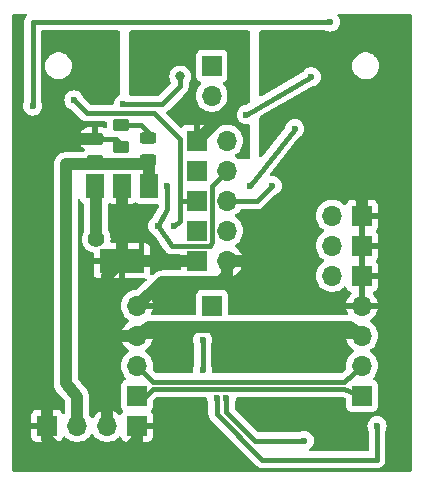
<source format=gbr>
G04 #@! TF.GenerationSoftware,KiCad,Pcbnew,(7.0.0)*
G04 #@! TF.CreationDate,2023-04-26T14:40:12+01:00*
G04 #@! TF.ProjectId,Tims_I2C_AI_DC_Motor_Driver 2P 2N,54696d73-5f49-4324-935f-41495f44435f,rev?*
G04 #@! TF.SameCoordinates,Original*
G04 #@! TF.FileFunction,Copper,L2,Bot*
G04 #@! TF.FilePolarity,Positive*
%FSLAX46Y46*%
G04 Gerber Fmt 4.6, Leading zero omitted, Abs format (unit mm)*
G04 Created by KiCad (PCBNEW (7.0.0)) date 2023-04-26 14:40:12*
%MOMM*%
%LPD*%
G01*
G04 APERTURE LIST*
G04 Aperture macros list*
%AMRoundRect*
0 Rectangle with rounded corners*
0 $1 Rounding radius*
0 $2 $3 $4 $5 $6 $7 $8 $9 X,Y pos of 4 corners*
0 Add a 4 corners polygon primitive as box body*
4,1,4,$2,$3,$4,$5,$6,$7,$8,$9,$2,$3,0*
0 Add four circle primitives for the rounded corners*
1,1,$1+$1,$2,$3*
1,1,$1+$1,$4,$5*
1,1,$1+$1,$6,$7*
1,1,$1+$1,$8,$9*
0 Add four rect primitives between the rounded corners*
20,1,$1+$1,$2,$3,$4,$5,0*
20,1,$1+$1,$4,$5,$6,$7,0*
20,1,$1+$1,$6,$7,$8,$9,0*
20,1,$1+$1,$8,$9,$2,$3,0*%
G04 Aperture macros list end*
G04 #@! TA.AperFunction,ComponentPad*
%ADD10R,1.700000X1.700000*%
G04 #@! TD*
G04 #@! TA.AperFunction,ComponentPad*
%ADD11O,1.700000X1.700000*%
G04 #@! TD*
G04 #@! TA.AperFunction,SMDPad,CuDef*
%ADD12R,1.500000X2.000000*%
G04 #@! TD*
G04 #@! TA.AperFunction,SMDPad,CuDef*
%ADD13R,3.800000X2.000000*%
G04 #@! TD*
G04 #@! TA.AperFunction,SMDPad,CuDef*
%ADD14RoundRect,0.243750X-0.456250X0.243750X-0.456250X-0.243750X0.456250X-0.243750X0.456250X0.243750X0*%
G04 #@! TD*
G04 #@! TA.AperFunction,SMDPad,CuDef*
%ADD15RoundRect,0.250000X0.475000X-0.250000X0.475000X0.250000X-0.475000X0.250000X-0.475000X-0.250000X0*%
G04 #@! TD*
G04 #@! TA.AperFunction,SMDPad,CuDef*
%ADD16RoundRect,0.250000X-0.450000X0.262500X-0.450000X-0.262500X0.450000X-0.262500X0.450000X0.262500X0*%
G04 #@! TD*
G04 #@! TA.AperFunction,ViaPad*
%ADD17C,0.800000*%
G04 #@! TD*
G04 #@! TA.AperFunction,ViaPad*
%ADD18C,0.600000*%
G04 #@! TD*
G04 #@! TA.AperFunction,ViaPad*
%ADD19C,1.200000*%
G04 #@! TD*
G04 #@! TA.AperFunction,ViaPad*
%ADD20C,1.400000*%
G04 #@! TD*
G04 #@! TA.AperFunction,Conductor*
%ADD21C,1.000000*%
G04 #@! TD*
G04 #@! TA.AperFunction,Conductor*
%ADD22C,0.400000*%
G04 #@! TD*
G04 APERTURE END LIST*
D10*
X147290999Y-107065999D03*
D11*
X149830999Y-107065999D03*
D10*
X147290999Y-99445999D03*
D11*
X149830999Y-99445999D03*
D10*
X161260999Y-108335999D03*
D11*
X158720999Y-108335999D03*
D10*
X161260999Y-105795999D03*
D11*
X158720999Y-105795999D03*
D10*
X147290999Y-109605999D03*
D11*
X149830999Y-109605999D03*
D10*
X148560999Y-113415999D03*
X148560999Y-93095999D03*
D11*
X148560999Y-95635999D03*
D10*
X147290999Y-104525999D03*
D11*
X149830999Y-104525999D03*
D10*
X147290999Y-101985999D03*
D11*
X149830999Y-101985999D03*
D10*
X161260999Y-110875999D03*
D11*
X158720999Y-110875999D03*
D12*
X138640999Y-103305999D03*
X140940999Y-103305999D03*
D13*
X140940999Y-109605999D03*
D12*
X143240999Y-103305999D03*
D10*
X142210999Y-121035999D03*
D11*
X142210999Y-118495999D03*
X142210999Y-115955999D03*
X142210999Y-113415999D03*
D10*
X142210999Y-123575999D03*
D11*
X139670999Y-123575999D03*
D10*
X134590999Y-123575999D03*
D11*
X137130999Y-123575999D03*
D14*
X143161000Y-99198500D03*
X143161000Y-101073500D03*
D15*
X138661000Y-101186000D03*
X138661000Y-99286000D03*
D10*
X161260999Y-121035999D03*
D11*
X161260999Y-118495999D03*
X161260999Y-115955999D03*
X161260999Y-113415999D03*
D16*
X140861000Y-98123500D03*
X140861000Y-99948500D03*
D17*
X139761000Y-114636000D03*
D18*
X142561000Y-106636000D03*
D19*
X134561000Y-98536000D03*
D20*
X138761000Y-107736000D03*
D18*
X147561000Y-122296000D03*
D19*
X142661000Y-90836000D03*
X142661000Y-93836000D03*
D18*
X145361000Y-106696000D03*
X136861000Y-95996000D03*
X153661000Y-103256000D03*
X148961000Y-121236000D03*
X162531000Y-123576000D03*
X151761000Y-103256000D03*
X155561000Y-98436000D03*
X156361000Y-124836000D03*
X149761000Y-121236000D03*
X143961000Y-106636000D03*
X144761000Y-103236000D03*
D17*
X145861000Y-93996000D03*
D18*
X141061000Y-96336000D03*
X133361000Y-96496000D03*
X158561000Y-89396000D03*
X156961000Y-94036000D03*
X151461000Y-97236000D03*
X147761000Y-116336000D03*
X147761000Y-118896000D03*
D21*
X147291000Y-109606000D02*
X142961000Y-109606000D01*
X142211000Y-115956000D02*
X143261000Y-115196000D01*
X139671000Y-110876000D02*
X140941000Y-109606000D01*
X139671000Y-114546000D02*
X139671000Y-110876000D01*
X142961000Y-109606000D02*
X140941000Y-109606000D01*
X139671000Y-114726000D02*
X139761000Y-114636000D01*
X139671000Y-115936000D02*
X139671000Y-114726000D01*
X160261000Y-115196000D02*
X161261000Y-115956000D01*
D22*
X142561000Y-106636000D02*
X142561000Y-109206000D01*
D21*
X143261000Y-115196000D02*
X160261000Y-115196000D01*
X139671000Y-123576000D02*
X139671000Y-115936000D01*
X142211000Y-115956000D02*
X139691000Y-115956000D01*
X140941000Y-103306000D02*
X140941000Y-109606000D01*
D22*
X142561000Y-109206000D02*
X142961000Y-109606000D01*
D21*
X139691000Y-115956000D02*
X139671000Y-115936000D01*
X139761000Y-114636000D02*
X139671000Y-114546000D01*
X135661000Y-125736000D02*
X141261000Y-125736000D01*
D22*
X140411000Y-99286000D02*
X138661000Y-99286000D01*
D21*
X134591000Y-124666000D02*
X135661000Y-125736000D01*
X134561000Y-98536000D02*
X134561000Y-98436000D01*
X144361000Y-111436000D02*
X149203081Y-111436000D01*
X157561000Y-103436000D02*
X160361000Y-103436000D01*
X149203081Y-111436000D02*
X149831000Y-110808081D01*
X138761000Y-107736000D02*
X138761000Y-103426000D01*
X134561958Y-99336000D02*
X134561000Y-98536000D01*
X138761000Y-103426000D02*
X138641000Y-103306000D01*
X134591000Y-123576000D02*
X134561958Y-99336000D01*
D22*
X140861000Y-99948500D02*
X140861000Y-99736000D01*
D21*
X161261000Y-104336000D02*
X161261000Y-105796000D01*
D22*
X140861000Y-99736000D02*
X140411000Y-99286000D01*
D21*
X138661000Y-99286000D02*
X134611958Y-99286000D01*
D22*
X142211000Y-123576000D02*
X146281000Y-123576000D01*
D21*
X149831000Y-110808081D02*
X149831000Y-109606000D01*
X134591000Y-123576000D02*
X134591000Y-124666000D01*
D22*
X146281000Y-123576000D02*
X147561000Y-122296000D01*
D21*
X160361000Y-103436000D02*
X161261000Y-104336000D01*
X141261000Y-125736000D02*
X142211000Y-124786000D01*
X142211000Y-113416000D02*
X144361000Y-111436000D01*
X142211000Y-124786000D02*
X142211000Y-123576000D01*
X151391000Y-109606000D02*
X157561000Y-103436000D01*
X149831000Y-109606000D02*
X151391000Y-109606000D01*
X137131000Y-121106000D02*
X137131000Y-123576000D01*
X142731000Y-101436000D02*
X136161000Y-101436000D01*
X136161000Y-101436000D02*
X136161000Y-119966000D01*
X136161000Y-119966000D02*
X137131000Y-121106000D01*
X143241000Y-103306000D02*
X143261000Y-101236000D01*
D22*
X142548500Y-98123500D02*
X140861000Y-98123500D01*
X143161000Y-98736000D02*
X142548500Y-98123500D01*
X143161000Y-99198500D02*
X143161000Y-98736000D01*
D21*
X142661000Y-90836000D02*
X149361000Y-90836000D01*
X150311000Y-96426000D02*
X147291000Y-99446000D01*
X150311000Y-91786000D02*
X150311000Y-96426000D01*
X149361000Y-90836000D02*
X150311000Y-91786000D01*
X142661000Y-93836000D02*
X142661000Y-90836000D01*
D22*
X145841000Y-106216000D02*
X145361000Y-106696000D01*
X145841000Y-104346000D02*
X145841000Y-106216000D01*
X145841000Y-99276000D02*
X143661000Y-97096000D01*
X143661000Y-97096000D02*
X137961000Y-97096000D01*
X137961000Y-97096000D02*
X136861000Y-95996000D01*
X145841000Y-104346000D02*
X145841000Y-99276000D01*
X147291000Y-104526000D02*
X145841000Y-104526000D01*
X152391000Y-104526000D02*
X153661000Y-103256000D01*
X149831000Y-104526000D02*
X152391000Y-104526000D01*
X142211000Y-118496000D02*
X143561000Y-119836000D01*
X159761000Y-119836000D02*
X161261000Y-118496000D01*
X143561000Y-119836000D02*
X159761000Y-119836000D01*
X143561000Y-120436000D02*
X142961000Y-121036000D01*
X159761000Y-120436000D02*
X161261000Y-121036000D01*
X159761000Y-120436000D02*
X143561000Y-120436000D01*
X142961000Y-121036000D02*
X142211000Y-121036000D01*
X152825874Y-126436000D02*
X148961000Y-122571126D01*
X162531000Y-123576000D02*
X162531000Y-126436000D01*
X162531000Y-126436000D02*
X152825874Y-126436000D01*
X148961000Y-122571126D02*
X148961000Y-121236000D01*
X151761000Y-103256000D02*
X155561000Y-98436000D01*
X152161000Y-124836000D02*
X149761000Y-122436000D01*
X156361000Y-124836000D02*
X152161000Y-124836000D01*
X149761000Y-122436000D02*
X149761000Y-121236000D01*
X148361000Y-108336000D02*
X148561000Y-108028500D01*
X144761000Y-105236000D02*
X144761000Y-103236000D01*
X143961000Y-106636000D02*
X145161000Y-108336000D01*
X148561000Y-108028500D02*
X148561000Y-103256000D01*
X143961000Y-106636000D02*
X144761000Y-105236000D01*
X145161000Y-108336000D02*
X148361000Y-108336000D01*
X148561000Y-103256000D02*
X149831000Y-101986000D01*
X145861000Y-93996000D02*
X145861000Y-94836000D01*
X144361000Y-96336000D02*
X141061000Y-96336000D01*
X145861000Y-94836000D02*
X144361000Y-96336000D01*
X133361000Y-96496000D02*
X133361000Y-89396000D01*
X133361000Y-89396000D02*
X158561000Y-89396000D01*
X151461000Y-97236000D02*
X156961000Y-94036000D01*
X147761000Y-116336000D02*
X147761000Y-118636000D01*
X147761000Y-118636000D02*
X147761000Y-118896000D01*
G04 #@! TA.AperFunction,Conductor*
G36*
X151699000Y-90121113D02*
G01*
X151744387Y-90166500D01*
X151761000Y-90228500D01*
X151761000Y-96170447D01*
X151744491Y-96232267D01*
X151699358Y-96277626D01*
X151470596Y-96410723D01*
X151422122Y-96426764D01*
X151286876Y-96442002D01*
X151286867Y-96442003D01*
X151279953Y-96442783D01*
X151273383Y-96445081D01*
X151273378Y-96445083D01*
X151114553Y-96500658D01*
X151114547Y-96500660D01*
X151107985Y-96502957D01*
X151102097Y-96506656D01*
X151102092Y-96506659D01*
X150959619Y-96596181D01*
X150959614Y-96596184D01*
X150953719Y-96599889D01*
X150948794Y-96604813D01*
X150948790Y-96604817D01*
X150829817Y-96723790D01*
X150829813Y-96723794D01*
X150824889Y-96728719D01*
X150821184Y-96734614D01*
X150821181Y-96734619D01*
X150731659Y-96877092D01*
X150731656Y-96877097D01*
X150727957Y-96882985D01*
X150725660Y-96889547D01*
X150725658Y-96889553D01*
X150670083Y-97048378D01*
X150670081Y-97048383D01*
X150667783Y-97054953D01*
X150667003Y-97061867D01*
X150667002Y-97061876D01*
X150663568Y-97092359D01*
X150647384Y-97236000D01*
X150648164Y-97242923D01*
X150667002Y-97410123D01*
X150667003Y-97410130D01*
X150667783Y-97417047D01*
X150727957Y-97589015D01*
X150824889Y-97743281D01*
X150953719Y-97872111D01*
X151107985Y-97969043D01*
X151279953Y-98029217D01*
X151461000Y-98049616D01*
X151623116Y-98031350D01*
X151690802Y-98042850D01*
X151741994Y-98088598D01*
X151761000Y-98154570D01*
X151761000Y-100872000D01*
X151744387Y-100934000D01*
X151699000Y-100979387D01*
X151637000Y-100996000D01*
X150813391Y-100996000D01*
X150773128Y-100989281D01*
X150737228Y-100969853D01*
X150580623Y-100847960D01*
X150580615Y-100847955D01*
X150576576Y-100844811D01*
X150572069Y-100842372D01*
X150572060Y-100842366D01*
X150540068Y-100825053D01*
X150492562Y-100779471D01*
X150475086Y-100715996D01*
X150492565Y-100652522D01*
X150540067Y-100606946D01*
X150576576Y-100587189D01*
X150754240Y-100448906D01*
X150906722Y-100283268D01*
X151029860Y-100094791D01*
X151120296Y-99888616D01*
X151175564Y-99670368D01*
X151194156Y-99446000D01*
X151175564Y-99221632D01*
X151120296Y-99003384D01*
X151029860Y-98797209D01*
X150906722Y-98608732D01*
X150754240Y-98443094D01*
X150741597Y-98433253D01*
X150580623Y-98307960D01*
X150580615Y-98307955D01*
X150576576Y-98304811D01*
X150572071Y-98302373D01*
X150572065Y-98302369D01*
X150383080Y-98200096D01*
X150383074Y-98200093D01*
X150378574Y-98197658D01*
X150373733Y-98195996D01*
X150373726Y-98195993D01*
X150170488Y-98126222D01*
X150170487Y-98126221D01*
X150165635Y-98124556D01*
X150160585Y-98123713D01*
X150160576Y-98123711D01*
X149948631Y-98088344D01*
X149948622Y-98088343D01*
X149943569Y-98087500D01*
X149718431Y-98087500D01*
X149713378Y-98088343D01*
X149713368Y-98088344D01*
X149501423Y-98123711D01*
X149501411Y-98123713D01*
X149496365Y-98124556D01*
X149491515Y-98126220D01*
X149491511Y-98126222D01*
X149288273Y-98195993D01*
X149288262Y-98195997D01*
X149283426Y-98197658D01*
X149278929Y-98200091D01*
X149278919Y-98200096D01*
X149089934Y-98302369D01*
X149089922Y-98302376D01*
X149085424Y-98304811D01*
X149081389Y-98307951D01*
X149081376Y-98307960D01*
X148911801Y-98439948D01*
X148911795Y-98439952D01*
X148907760Y-98443094D01*
X148904294Y-98446858D01*
X148904294Y-98446859D01*
X148838092Y-98518773D01*
X148785468Y-98552626D01*
X148723014Y-98556474D01*
X148666633Y-98529336D01*
X148630681Y-98478122D01*
X148587452Y-98362222D01*
X148579037Y-98346810D01*
X148503501Y-98245907D01*
X148491092Y-98233498D01*
X148390189Y-98157962D01*
X148374777Y-98149547D01*
X148255641Y-98105111D01*
X148240667Y-98101573D01*
X148192114Y-98096353D01*
X148185518Y-98096000D01*
X147557326Y-98096000D01*
X147544450Y-98099450D01*
X147541000Y-98112326D01*
X147541000Y-99572000D01*
X147524387Y-99634000D01*
X147479000Y-99679387D01*
X147417000Y-99696000D01*
X147165000Y-99696000D01*
X147103000Y-99679387D01*
X147057613Y-99634000D01*
X147041000Y-99572000D01*
X147041000Y-98112326D01*
X147037549Y-98099450D01*
X147024674Y-98096000D01*
X146396482Y-98096000D01*
X146389885Y-98096353D01*
X146341332Y-98101573D01*
X146326358Y-98105111D01*
X146207222Y-98149547D01*
X146191810Y-98157962D01*
X146090907Y-98233498D01*
X146078497Y-98245908D01*
X146050540Y-98283254D01*
X145994606Y-98325124D01*
X145924915Y-98330108D01*
X145863593Y-98296623D01*
X144706564Y-97139594D01*
X144677027Y-97092359D01*
X144671150Y-97036960D01*
X144690120Y-96984579D01*
X144728107Y-96947728D01*
X144730226Y-96946775D01*
X144736132Y-96942147D01*
X144736138Y-96942144D01*
X144778157Y-96909223D01*
X144784165Y-96904801D01*
X144834273Y-96870215D01*
X144874657Y-96824629D01*
X144879759Y-96819209D01*
X146062969Y-95636000D01*
X147197844Y-95636000D01*
X147198268Y-95641117D01*
X147216011Y-95855248D01*
X147216012Y-95855256D01*
X147216436Y-95860368D01*
X147217693Y-95865335D01*
X147217695Y-95865342D01*
X147270445Y-96073645D01*
X147271704Y-96078616D01*
X147273764Y-96083312D01*
X147360080Y-96280096D01*
X147360083Y-96280101D01*
X147362140Y-96284791D01*
X147410969Y-96359529D01*
X147482474Y-96468977D01*
X147482477Y-96468981D01*
X147485278Y-96473268D01*
X147488752Y-96477041D01*
X147488753Y-96477043D01*
X147634288Y-96635135D01*
X147634291Y-96635138D01*
X147637760Y-96638906D01*
X147641801Y-96642051D01*
X147811376Y-96774039D01*
X147811381Y-96774042D01*
X147815424Y-96777189D01*
X147819931Y-96779628D01*
X147819934Y-96779630D01*
X147995193Y-96874475D01*
X148013426Y-96884342D01*
X148226365Y-96957444D01*
X148448431Y-96994500D01*
X148668436Y-96994500D01*
X148673569Y-96994500D01*
X148895635Y-96957444D01*
X149108574Y-96884342D01*
X149306576Y-96777189D01*
X149484240Y-96638906D01*
X149636722Y-96473268D01*
X149759860Y-96284791D01*
X149850296Y-96078616D01*
X149905564Y-95860368D01*
X149924156Y-95636000D01*
X149905564Y-95411632D01*
X149850296Y-95193384D01*
X149759860Y-94987209D01*
X149649529Y-94818335D01*
X149639525Y-94803022D01*
X149639523Y-94803020D01*
X149636722Y-94798732D01*
X149491506Y-94640987D01*
X149462735Y-94588239D01*
X149462142Y-94528152D01*
X149489869Y-94474841D01*
X149539404Y-94440826D01*
X149657204Y-94396889D01*
X149774261Y-94309261D01*
X149861889Y-94192204D01*
X149912989Y-94055201D01*
X149919500Y-93994638D01*
X149919500Y-92197362D01*
X149912989Y-92136799D01*
X149861889Y-91999796D01*
X149774261Y-91882739D01*
X149657204Y-91795111D01*
X149648896Y-91792012D01*
X149648894Y-91792011D01*
X149527463Y-91746719D01*
X149527458Y-91746717D01*
X149520201Y-91744011D01*
X149512497Y-91743182D01*
X149512494Y-91743182D01*
X149462924Y-91737853D01*
X149462918Y-91737852D01*
X149459638Y-91737500D01*
X147662362Y-91737500D01*
X147659082Y-91737852D01*
X147659075Y-91737853D01*
X147609505Y-91743182D01*
X147609500Y-91743182D01*
X147601799Y-91744011D01*
X147594543Y-91746717D01*
X147594536Y-91746719D01*
X147473105Y-91792011D01*
X147473099Y-91792013D01*
X147464796Y-91795111D01*
X147457698Y-91800423D01*
X147457695Y-91800426D01*
X147354835Y-91877426D01*
X147354831Y-91877429D01*
X147347739Y-91882739D01*
X147342429Y-91889831D01*
X147342426Y-91889835D01*
X147265426Y-91992695D01*
X147265423Y-91992698D01*
X147260111Y-91999796D01*
X147257013Y-92008099D01*
X147257011Y-92008105D01*
X147211719Y-92129536D01*
X147211717Y-92129543D01*
X147209011Y-92136799D01*
X147208182Y-92144500D01*
X147208182Y-92144505D01*
X147202853Y-92194075D01*
X147202500Y-92197362D01*
X147202500Y-93994638D01*
X147209011Y-94055201D01*
X147211717Y-94062458D01*
X147211719Y-94062463D01*
X147255360Y-94179467D01*
X147260111Y-94192204D01*
X147347739Y-94309261D01*
X147464796Y-94396889D01*
X147582595Y-94440826D01*
X147632130Y-94474841D01*
X147659857Y-94528152D01*
X147659264Y-94588238D01*
X147630490Y-94640991D01*
X147488753Y-94794956D01*
X147488747Y-94794963D01*
X147485278Y-94798732D01*
X147482481Y-94803012D01*
X147482474Y-94803022D01*
X147364942Y-94982920D01*
X147362140Y-94987209D01*
X147360085Y-94991892D01*
X147360080Y-94991903D01*
X147282981Y-95167675D01*
X147271704Y-95193384D01*
X147270446Y-95198349D01*
X147270445Y-95198354D01*
X147217695Y-95406657D01*
X147217693Y-95406666D01*
X147216436Y-95411632D01*
X147216012Y-95416741D01*
X147216011Y-95416751D01*
X147203686Y-95565500D01*
X147197844Y-95636000D01*
X146062969Y-95636000D01*
X146344217Y-95354752D01*
X146349637Y-95349650D01*
X146395215Y-95309273D01*
X146429813Y-95259147D01*
X146434207Y-95253176D01*
X146471775Y-95205226D01*
X146476033Y-95195762D01*
X146487061Y-95176211D01*
X146492954Y-95167675D01*
X146514548Y-95110732D01*
X146517394Y-95103861D01*
X146542388Y-95048330D01*
X146544256Y-95038129D01*
X146550289Y-95016492D01*
X146553965Y-95006801D01*
X146561302Y-94946365D01*
X146562429Y-94938964D01*
X146572048Y-94886476D01*
X146572048Y-94886475D01*
X146573401Y-94879093D01*
X146569726Y-94818335D01*
X146569500Y-94810848D01*
X146569500Y-94614113D01*
X146575569Y-94575795D01*
X146593182Y-94541228D01*
X146595692Y-94537772D01*
X146600040Y-94532944D01*
X146695527Y-94367556D01*
X146754542Y-94185928D01*
X146774504Y-93996000D01*
X146754542Y-93806072D01*
X146695527Y-93624444D01*
X146600040Y-93459056D01*
X146472253Y-93317134D01*
X146467003Y-93313319D01*
X146466999Y-93313316D01*
X146323006Y-93208699D01*
X146323004Y-93208697D01*
X146317752Y-93204882D01*
X146311821Y-93202241D01*
X146311817Y-93202239D01*
X146149226Y-93129849D01*
X146149219Y-93129846D01*
X146143288Y-93127206D01*
X146136935Y-93125855D01*
X146136927Y-93125853D01*
X145962849Y-93088852D01*
X145962846Y-93088851D01*
X145956487Y-93087500D01*
X145765513Y-93087500D01*
X145759154Y-93088851D01*
X145759150Y-93088852D01*
X145585072Y-93125853D01*
X145585061Y-93125856D01*
X145578712Y-93127206D01*
X145572782Y-93129845D01*
X145572773Y-93129849D01*
X145410182Y-93202239D01*
X145410174Y-93202243D01*
X145404248Y-93204882D01*
X145398999Y-93208695D01*
X145398993Y-93208699D01*
X145255000Y-93313316D01*
X145254991Y-93313323D01*
X145249747Y-93317134D01*
X145245403Y-93321957D01*
X145245400Y-93321961D01*
X145157527Y-93419555D01*
X145121960Y-93459056D01*
X145118714Y-93464676D01*
X145118711Y-93464682D01*
X145029721Y-93618817D01*
X145029718Y-93618822D01*
X145026473Y-93624444D01*
X145024467Y-93630616D01*
X145024465Y-93630622D01*
X144969465Y-93799892D01*
X144969463Y-93799901D01*
X144967458Y-93806072D01*
X144966780Y-93812522D01*
X144966778Y-93812532D01*
X144948778Y-93983795D01*
X144947496Y-93996000D01*
X144948175Y-94002460D01*
X144966778Y-94179467D01*
X144966779Y-94179475D01*
X144967458Y-94185928D01*
X144969463Y-94192100D01*
X144969465Y-94192107D01*
X145024465Y-94361377D01*
X145026473Y-94367556D01*
X145029720Y-94373180D01*
X145029721Y-94373182D01*
X145089072Y-94475981D01*
X145105213Y-94527174D01*
X145098207Y-94580391D01*
X145069366Y-94625662D01*
X144103849Y-95591181D01*
X144063621Y-95618061D01*
X144016168Y-95627500D01*
X141685000Y-95627500D01*
X141623000Y-95610887D01*
X141577613Y-95565500D01*
X141561000Y-95503500D01*
X141561000Y-90228500D01*
X141577613Y-90166500D01*
X141623000Y-90121113D01*
X141685000Y-90104500D01*
X151637000Y-90104500D01*
X151699000Y-90121113D01*
G37*
G04 #@! TD.AperFunction*
G04 #@! TA.AperFunction,Conductor*
G36*
X141129000Y-103072613D02*
G01*
X141174387Y-103118000D01*
X141191000Y-103180000D01*
X141191000Y-104789674D01*
X141194450Y-104802549D01*
X141207326Y-104806000D01*
X141735518Y-104806000D01*
X141742114Y-104805646D01*
X141790667Y-104800426D01*
X141805641Y-104796888D01*
X141924777Y-104752452D01*
X141940190Y-104744037D01*
X142009596Y-104692079D01*
X142057549Y-104670179D01*
X142110266Y-104670179D01*
X142158218Y-104692077D01*
X142244796Y-104756889D01*
X142381799Y-104807989D01*
X142442362Y-104814500D01*
X142445672Y-104814500D01*
X143928500Y-104814500D01*
X143990500Y-104831113D01*
X144035887Y-104876500D01*
X144052500Y-104938500D01*
X144052500Y-105014918D01*
X144036162Y-105076439D01*
X143554554Y-105919252D01*
X143512865Y-105962724D01*
X143459621Y-105996179D01*
X143459612Y-105996186D01*
X143453719Y-105999889D01*
X143448794Y-106004813D01*
X143448790Y-106004817D01*
X143329817Y-106123790D01*
X143329813Y-106123794D01*
X143324889Y-106128719D01*
X143321184Y-106134614D01*
X143321181Y-106134619D01*
X143231659Y-106277092D01*
X143231656Y-106277097D01*
X143227957Y-106282985D01*
X143225660Y-106289547D01*
X143225658Y-106289553D01*
X143170083Y-106448378D01*
X143170081Y-106448383D01*
X143167783Y-106454953D01*
X143167003Y-106461867D01*
X143167002Y-106461876D01*
X143148164Y-106629077D01*
X143147384Y-106636000D01*
X143148164Y-106642923D01*
X143167002Y-106810123D01*
X143167003Y-106810130D01*
X143167783Y-106817047D01*
X143227957Y-106989015D01*
X143231658Y-106994905D01*
X143231659Y-106994907D01*
X143321181Y-107137380D01*
X143324889Y-107143281D01*
X143453719Y-107272111D01*
X143592764Y-107359479D01*
X143628095Y-107392963D01*
X143721541Y-107525345D01*
X144528408Y-108668406D01*
X144550605Y-108699851D01*
X144559090Y-108713721D01*
X144573633Y-108741430D01*
X144598735Y-108769765D01*
X144602688Y-108774227D01*
X144605262Y-108777283D01*
X144606894Y-108779594D01*
X144609390Y-108782353D01*
X144609401Y-108782366D01*
X144632722Y-108808138D01*
X144633593Y-108809110D01*
X144687727Y-108870215D01*
X144690834Y-108872359D01*
X144693368Y-108875160D01*
X144699592Y-108879360D01*
X144699593Y-108879361D01*
X144761032Y-108920823D01*
X144762104Y-108921554D01*
X144829325Y-108967954D01*
X144832855Y-108969292D01*
X144835985Y-108971405D01*
X144912754Y-108999599D01*
X144913673Y-108999942D01*
X144990199Y-109028965D01*
X144993951Y-109029420D01*
X144997492Y-109030721D01*
X145064671Y-109038162D01*
X145078520Y-109039696D01*
X145079795Y-109039843D01*
X145118141Y-109044500D01*
X145120982Y-109044500D01*
X145124926Y-109044837D01*
X145168501Y-109049664D01*
X145199508Y-109045568D01*
X145215748Y-109044500D01*
X145817000Y-109044500D01*
X145879000Y-109061113D01*
X145924387Y-109106500D01*
X145941000Y-109168500D01*
X145941000Y-109339674D01*
X145944450Y-109352549D01*
X145957326Y-109356000D01*
X146761000Y-109356000D01*
X146761000Y-109856000D01*
X145957326Y-109856000D01*
X145944450Y-109859450D01*
X145941000Y-109872326D01*
X145941000Y-110303500D01*
X145924387Y-110365500D01*
X145879000Y-110410887D01*
X145817000Y-110427500D01*
X144440022Y-110427500D01*
X144422803Y-110426299D01*
X144408706Y-110424322D01*
X144408703Y-110424321D01*
X144402678Y-110423477D01*
X144396598Y-110423824D01*
X144396596Y-110423824D01*
X144335755Y-110427298D01*
X144328687Y-110427500D01*
X144311453Y-110427500D01*
X144308428Y-110427797D01*
X144308405Y-110427799D01*
X144285343Y-110430070D01*
X144280265Y-110430465D01*
X144210430Y-110434453D01*
X144210425Y-110434453D01*
X144204343Y-110434801D01*
X144198451Y-110436326D01*
X144198442Y-110436328D01*
X144193424Y-110437628D01*
X144174516Y-110440986D01*
X144169365Y-110441493D01*
X144169350Y-110441495D01*
X144163299Y-110442092D01*
X144157477Y-110443857D01*
X144157472Y-110443859D01*
X144090542Y-110464161D01*
X144085638Y-110465539D01*
X144017927Y-110483074D01*
X144017918Y-110483076D01*
X144012030Y-110484602D01*
X144006546Y-110487248D01*
X144006535Y-110487253D01*
X144001878Y-110489501D01*
X143983989Y-110496483D01*
X143979030Y-110497987D01*
X143979011Y-110497994D01*
X143973196Y-110499759D01*
X143906128Y-110535605D01*
X143901601Y-110537907D01*
X143838610Y-110568315D01*
X143838601Y-110568320D01*
X143833127Y-110570963D01*
X143828274Y-110574621D01*
X143828266Y-110574627D01*
X143824131Y-110577746D01*
X143807936Y-110588091D01*
X143803365Y-110590534D01*
X143803357Y-110590539D01*
X143797996Y-110593405D01*
X143793301Y-110597257D01*
X143793292Y-110597264D01*
X143739222Y-110641639D01*
X143735216Y-110644791D01*
X143716689Y-110658761D01*
X143716674Y-110658772D01*
X143714261Y-110660593D01*
X143712031Y-110662646D01*
X143712028Y-110662649D01*
X143701572Y-110672277D01*
X143696246Y-110676907D01*
X143649140Y-110715567D01*
X143649133Y-110715573D01*
X143644432Y-110719432D01*
X143640573Y-110724133D01*
X143640569Y-110724138D01*
X143631540Y-110735140D01*
X143619691Y-110747684D01*
X143541438Y-110819749D01*
X143486280Y-110849135D01*
X143423795Y-110847885D01*
X143369856Y-110816317D01*
X143338165Y-110762451D01*
X143337076Y-110713642D01*
X143334598Y-110713376D01*
X143340646Y-110657114D01*
X143341000Y-110650518D01*
X143341000Y-109872326D01*
X143337549Y-109859450D01*
X143324674Y-109856000D01*
X141207326Y-109856000D01*
X141194450Y-109859450D01*
X141191000Y-109872326D01*
X141191000Y-111089674D01*
X141194450Y-111102549D01*
X141207326Y-111106000D01*
X142885518Y-111106000D01*
X142892130Y-111105645D01*
X142901969Y-111104588D01*
X142962802Y-111113367D01*
X143011945Y-111150281D01*
X143037326Y-111206258D01*
X143032708Y-111267548D01*
X142999226Y-111319090D01*
X142233020Y-112024713D01*
X142194105Y-112049013D01*
X142149019Y-112057500D01*
X142098431Y-112057500D01*
X142093378Y-112058343D01*
X142093368Y-112058344D01*
X141881423Y-112093711D01*
X141881411Y-112093713D01*
X141876365Y-112094556D01*
X141871515Y-112096220D01*
X141871511Y-112096222D01*
X141668273Y-112165993D01*
X141668262Y-112165997D01*
X141663426Y-112167658D01*
X141658929Y-112170091D01*
X141658919Y-112170096D01*
X141469934Y-112272369D01*
X141469922Y-112272376D01*
X141465424Y-112274811D01*
X141461389Y-112277951D01*
X141461376Y-112277960D01*
X141291801Y-112409948D01*
X141291795Y-112409952D01*
X141287760Y-112413094D01*
X141284297Y-112416855D01*
X141284288Y-112416864D01*
X141138753Y-112574956D01*
X141138747Y-112574963D01*
X141135278Y-112578732D01*
X141132481Y-112583012D01*
X141132474Y-112583022D01*
X141014942Y-112762920D01*
X141012140Y-112767209D01*
X141010085Y-112771892D01*
X141010080Y-112771903D01*
X140923764Y-112968687D01*
X140921704Y-112973384D01*
X140920446Y-112978349D01*
X140920445Y-112978354D01*
X140867695Y-113186657D01*
X140867693Y-113186666D01*
X140866436Y-113191632D01*
X140866012Y-113196741D01*
X140866011Y-113196751D01*
X140848268Y-113410883D01*
X140847844Y-113416000D01*
X140848268Y-113421117D01*
X140866011Y-113635248D01*
X140866012Y-113635256D01*
X140866436Y-113640368D01*
X140867693Y-113645335D01*
X140867695Y-113645342D01*
X140920445Y-113853645D01*
X140921704Y-113858616D01*
X140923764Y-113863312D01*
X141010080Y-114060096D01*
X141010083Y-114060101D01*
X141012140Y-114064791D01*
X141071505Y-114155656D01*
X141132474Y-114248977D01*
X141132477Y-114248981D01*
X141135278Y-114253268D01*
X141138752Y-114257041D01*
X141138753Y-114257043D01*
X141284288Y-114415135D01*
X141284291Y-114415138D01*
X141287760Y-114418906D01*
X141291801Y-114422051D01*
X141461376Y-114554039D01*
X141461381Y-114554042D01*
X141465424Y-114557189D01*
X141508695Y-114580606D01*
X141554335Y-114623155D01*
X141573475Y-114682545D01*
X141561267Y-114743737D01*
X141520803Y-114791236D01*
X141344352Y-114914788D01*
X141336092Y-114921719D01*
X141176719Y-115081092D01*
X141169784Y-115089357D01*
X141040508Y-115273982D01*
X141035110Y-115283332D01*
X140939856Y-115487602D01*
X140936168Y-115497736D01*
X140884056Y-115692219D01*
X140883688Y-115703448D01*
X140894631Y-115706000D01*
X143527369Y-115706000D01*
X143539345Y-115703207D01*
X143549122Y-115681627D01*
X143554203Y-115660360D01*
X143599750Y-115613296D01*
X143662919Y-115596000D01*
X147058246Y-115596000D01*
X147114541Y-115609515D01*
X147158564Y-115647115D01*
X147180719Y-115700602D01*
X147176177Y-115758318D01*
X147145927Y-115807681D01*
X147129817Y-115823790D01*
X147129813Y-115823794D01*
X147124889Y-115828719D01*
X147121184Y-115834614D01*
X147121181Y-115834619D01*
X147031659Y-115977092D01*
X147031656Y-115977097D01*
X147027957Y-115982985D01*
X147025660Y-115989547D01*
X147025658Y-115989553D01*
X146970083Y-116148378D01*
X146970081Y-116148383D01*
X146967783Y-116154953D01*
X146967003Y-116161867D01*
X146967002Y-116161876D01*
X146959179Y-116231313D01*
X146947384Y-116336000D01*
X146948164Y-116342923D01*
X146967002Y-116510123D01*
X146967003Y-116510130D01*
X146967783Y-116517047D01*
X146970082Y-116523618D01*
X146970083Y-116523621D01*
X147006843Y-116628676D01*
X147027957Y-116689015D01*
X147031659Y-116694906D01*
X147033494Y-116697827D01*
X147034132Y-116700042D01*
X147034683Y-116701186D01*
X147034488Y-116701279D01*
X147052500Y-116763799D01*
X147052500Y-118468201D01*
X147034488Y-118530720D01*
X147034683Y-118530814D01*
X147034132Y-118531957D01*
X147033494Y-118534172D01*
X147027957Y-118542985D01*
X147025660Y-118549547D01*
X147025658Y-118549553D01*
X146970083Y-118708378D01*
X146970081Y-118708383D01*
X146967783Y-118714953D01*
X146967003Y-118721867D01*
X146967002Y-118721876D01*
X146948164Y-118889077D01*
X146947384Y-118896000D01*
X146948164Y-118902923D01*
X146957932Y-118989616D01*
X146946432Y-119057302D01*
X146900684Y-119108494D01*
X146834712Y-119127500D01*
X143904021Y-119127500D01*
X143856781Y-119118149D01*
X143816666Y-119091506D01*
X143583126Y-118859695D01*
X143550991Y-118804828D01*
X143550276Y-118741248D01*
X143555564Y-118720368D01*
X143574156Y-118496000D01*
X143555564Y-118271632D01*
X143500296Y-118053384D01*
X143409860Y-117847209D01*
X143286722Y-117658732D01*
X143134240Y-117493094D01*
X143121597Y-117483253D01*
X142960623Y-117357960D01*
X142960615Y-117357955D01*
X142956576Y-117354811D01*
X142952071Y-117352373D01*
X142952065Y-117352369D01*
X142913305Y-117331394D01*
X142867665Y-117288844D01*
X142848526Y-117229454D01*
X142860734Y-117168263D01*
X142901198Y-117120764D01*
X143077643Y-116997215D01*
X143085909Y-116990278D01*
X143245278Y-116830909D01*
X143252215Y-116822643D01*
X143381498Y-116638008D01*
X143386886Y-116628676D01*
X143482143Y-116424397D01*
X143485831Y-116414263D01*
X143537943Y-116219780D01*
X143538311Y-116208551D01*
X143527369Y-116206000D01*
X140894631Y-116206000D01*
X140883688Y-116208551D01*
X140884056Y-116219780D01*
X140936168Y-116414263D01*
X140939856Y-116424397D01*
X141035113Y-116628676D01*
X141040501Y-116638008D01*
X141169784Y-116822643D01*
X141176721Y-116830909D01*
X141336090Y-116990278D01*
X141344356Y-116997215D01*
X141520801Y-117120764D01*
X141561264Y-117168263D01*
X141573473Y-117229454D01*
X141554334Y-117288844D01*
X141508695Y-117331393D01*
X141469939Y-117352366D01*
X141469924Y-117352375D01*
X141465424Y-117354811D01*
X141461389Y-117357951D01*
X141461376Y-117357960D01*
X141291801Y-117489948D01*
X141291795Y-117489952D01*
X141287760Y-117493094D01*
X141284297Y-117496855D01*
X141284288Y-117496864D01*
X141138753Y-117654956D01*
X141138747Y-117654963D01*
X141135278Y-117658732D01*
X141132481Y-117663012D01*
X141132474Y-117663022D01*
X141014942Y-117842920D01*
X141012140Y-117847209D01*
X141010085Y-117851892D01*
X141010080Y-117851903D01*
X140923764Y-118048687D01*
X140921704Y-118053384D01*
X140920446Y-118058349D01*
X140920445Y-118058354D01*
X140867695Y-118266657D01*
X140867693Y-118266666D01*
X140866436Y-118271632D01*
X140866012Y-118276741D01*
X140866011Y-118276751D01*
X140848268Y-118490883D01*
X140847844Y-118496000D01*
X140848268Y-118501117D01*
X140866011Y-118715248D01*
X140866012Y-118715256D01*
X140866436Y-118720368D01*
X140867693Y-118725335D01*
X140867695Y-118725342D01*
X140887824Y-118804828D01*
X140921704Y-118938616D01*
X140923764Y-118943312D01*
X141010080Y-119140096D01*
X141010083Y-119140101D01*
X141012140Y-119144791D01*
X141071505Y-119235656D01*
X141132474Y-119328977D01*
X141132477Y-119328981D01*
X141135278Y-119333268D01*
X141280492Y-119491011D01*
X141309264Y-119543760D01*
X141309857Y-119603847D01*
X141282131Y-119657157D01*
X141232596Y-119691172D01*
X141123109Y-119732009D01*
X141123101Y-119732013D01*
X141114796Y-119735111D01*
X141107698Y-119740423D01*
X141107695Y-119740426D01*
X141004835Y-119817426D01*
X141004831Y-119817429D01*
X140997739Y-119822739D01*
X140992429Y-119829831D01*
X140992426Y-119829835D01*
X140915426Y-119932695D01*
X140915423Y-119932698D01*
X140910111Y-119939796D01*
X140907013Y-119948099D01*
X140907011Y-119948105D01*
X140861719Y-120069536D01*
X140861717Y-120069543D01*
X140859011Y-120076799D01*
X140858182Y-120084500D01*
X140858182Y-120084505D01*
X140852853Y-120134075D01*
X140852500Y-120137362D01*
X140852500Y-121934638D01*
X140859011Y-121995201D01*
X140861717Y-122002458D01*
X140861719Y-122002463D01*
X140907011Y-122123894D01*
X140910111Y-122132204D01*
X140915425Y-122139303D01*
X140915426Y-122139304D01*
X140984584Y-122231688D01*
X141006483Y-122279640D01*
X141006483Y-122332356D01*
X140984585Y-122380309D01*
X140915425Y-122472696D01*
X140915422Y-122472700D01*
X140910111Y-122479796D01*
X140907013Y-122488099D01*
X140907011Y-122488105D01*
X140861778Y-122609380D01*
X140826798Y-122659759D01*
X140771954Y-122687212D01*
X140710661Y-122685023D01*
X140657915Y-122653727D01*
X140545909Y-122541721D01*
X140537643Y-122534784D01*
X140353008Y-122405501D01*
X140343676Y-122400113D01*
X140139397Y-122304856D01*
X140129263Y-122301168D01*
X139934780Y-122249056D01*
X139923551Y-122248688D01*
X139921000Y-122259631D01*
X139921000Y-123196000D01*
X139421000Y-123196000D01*
X139421000Y-122259631D01*
X139418448Y-122248688D01*
X139407219Y-122249056D01*
X139212736Y-122301168D01*
X139202602Y-122304856D01*
X138998332Y-122400110D01*
X138988982Y-122405508D01*
X138804357Y-122534784D01*
X138796092Y-122541719D01*
X138636719Y-122701092D01*
X138629788Y-122709352D01*
X138506132Y-122885952D01*
X138460928Y-122925274D01*
X138402564Y-122938812D01*
X138344665Y-122923405D01*
X138300748Y-122882649D01*
X138209529Y-122743027D01*
X138209523Y-122743019D01*
X138206722Y-122738732D01*
X138172268Y-122701305D01*
X138147983Y-122662402D01*
X138139500Y-122617326D01*
X138139500Y-121204878D01*
X138139900Y-121194921D01*
X138140023Y-121193384D01*
X138141107Y-121187383D01*
X138139519Y-121098136D01*
X138139500Y-121095932D01*
X138139500Y-121059489D01*
X138139500Y-121056453D01*
X138139190Y-121053316D01*
X138139109Y-121052481D01*
X138138530Y-121042514D01*
X138137683Y-120994854D01*
X138137575Y-120988757D01*
X138130433Y-120955919D01*
X138128200Y-120941728D01*
X138125505Y-120914363D01*
X138124908Y-120908299D01*
X138109296Y-120856832D01*
X138106788Y-120847185D01*
X138095361Y-120794637D01*
X138081950Y-120763824D01*
X138076997Y-120750359D01*
X138067241Y-120718196D01*
X138041886Y-120670760D01*
X138037545Y-120661789D01*
X138018518Y-120618070D01*
X138016087Y-120612483D01*
X137996931Y-120584889D01*
X137989441Y-120572641D01*
X137973595Y-120542996D01*
X137969730Y-120538286D01*
X137969727Y-120538282D01*
X137939467Y-120501411D01*
X137933457Y-120493455D01*
X137931191Y-120490191D01*
X137905619Y-120460137D01*
X137904260Y-120458511D01*
X137847568Y-120389432D01*
X137842863Y-120385571D01*
X137841761Y-120384469D01*
X137835002Y-120377144D01*
X137222382Y-119657157D01*
X137199059Y-119629746D01*
X137177125Y-119592203D01*
X137169500Y-119549392D01*
X137169500Y-110650518D01*
X138541000Y-110650518D01*
X138541353Y-110657114D01*
X138546573Y-110705667D01*
X138550111Y-110720641D01*
X138594547Y-110839777D01*
X138602962Y-110855189D01*
X138678498Y-110956092D01*
X138690907Y-110968501D01*
X138791810Y-111044037D01*
X138807222Y-111052452D01*
X138926358Y-111096888D01*
X138941332Y-111100426D01*
X138989885Y-111105646D01*
X138996482Y-111106000D01*
X140674674Y-111106000D01*
X140687549Y-111102549D01*
X140691000Y-111089674D01*
X140691000Y-109872326D01*
X140687549Y-109859450D01*
X140674674Y-109856000D01*
X138557326Y-109856000D01*
X138544450Y-109859450D01*
X138541000Y-109872326D01*
X138541000Y-110650518D01*
X137169500Y-110650518D01*
X137169500Y-104513956D01*
X137188238Y-104448413D01*
X137238788Y-104402679D01*
X137305874Y-104390575D01*
X137369220Y-104415760D01*
X137409682Y-104470622D01*
X137440111Y-104552204D01*
X137527739Y-104669261D01*
X137644796Y-104756889D01*
X137653106Y-104759988D01*
X137653109Y-104759990D01*
X137671835Y-104766975D01*
X137714070Y-104793414D01*
X137742488Y-104834344D01*
X137752500Y-104883156D01*
X137752500Y-107030236D01*
X137746761Y-107067524D01*
X137730077Y-107101355D01*
X137720272Y-107115357D01*
X137713515Y-107125008D01*
X137713511Y-107125013D01*
X137710411Y-107129442D01*
X137708123Y-107134348D01*
X137708121Y-107134352D01*
X137623331Y-107316183D01*
X137623326Y-107316194D01*
X137621044Y-107321090D01*
X137619644Y-107326312D01*
X137619643Y-107326317D01*
X137592118Y-107429043D01*
X137566314Y-107525345D01*
X137565842Y-107530734D01*
X137565841Y-107530743D01*
X137548356Y-107730605D01*
X137547884Y-107736000D01*
X137548356Y-107741395D01*
X137565841Y-107941256D01*
X137565842Y-107941263D01*
X137566314Y-107946655D01*
X137621044Y-108150910D01*
X137623328Y-108155809D01*
X137623331Y-108155816D01*
X137670005Y-108255907D01*
X137710411Y-108342558D01*
X137713518Y-108346995D01*
X137713519Y-108346997D01*
X137731182Y-108372222D01*
X137831699Y-108515776D01*
X137981224Y-108665301D01*
X138154442Y-108786589D01*
X138298893Y-108853947D01*
X138336750Y-108871601D01*
X138346090Y-108875956D01*
X138429590Y-108898330D01*
X138449094Y-108903556D01*
X138496706Y-108928342D01*
X138529382Y-108970926D01*
X138541000Y-109023331D01*
X138541000Y-109339674D01*
X138544450Y-109352549D01*
X138557326Y-109356000D01*
X140674674Y-109356000D01*
X140687549Y-109352549D01*
X140691000Y-109339674D01*
X141191000Y-109339674D01*
X141194450Y-109352549D01*
X141207326Y-109356000D01*
X143324674Y-109356000D01*
X143337549Y-109352549D01*
X143341000Y-109339674D01*
X143341000Y-108561482D01*
X143340646Y-108554885D01*
X143335426Y-108506332D01*
X143331888Y-108491358D01*
X143287452Y-108372222D01*
X143279037Y-108356810D01*
X143203501Y-108255907D01*
X143191092Y-108243498D01*
X143090189Y-108167962D01*
X143074777Y-108159547D01*
X142955641Y-108115111D01*
X142940667Y-108111573D01*
X142892114Y-108106353D01*
X142885518Y-108106000D01*
X141207326Y-108106000D01*
X141194450Y-108109450D01*
X141191000Y-108122326D01*
X141191000Y-109339674D01*
X140691000Y-109339674D01*
X140691000Y-108122326D01*
X140687549Y-108109450D01*
X140674674Y-108106000D01*
X140074590Y-108106000D01*
X140019749Y-108093214D01*
X139976218Y-108057492D01*
X139952975Y-108006201D01*
X139954566Y-107957432D01*
X139953345Y-107957217D01*
X139954285Y-107951882D01*
X139955686Y-107946655D01*
X139974116Y-107736000D01*
X139955686Y-107525345D01*
X139900956Y-107321090D01*
X139811589Y-107129442D01*
X139791922Y-107101355D01*
X139775239Y-107067524D01*
X139769500Y-107030236D01*
X139769500Y-104858940D01*
X139785746Y-104797580D01*
X139830226Y-104752298D01*
X139891286Y-104734960D01*
X139952926Y-104750107D01*
X139957222Y-104752452D01*
X140076358Y-104796888D01*
X140091332Y-104800426D01*
X140139885Y-104805646D01*
X140146482Y-104806000D01*
X140674674Y-104806000D01*
X140687549Y-104802549D01*
X140691000Y-104789674D01*
X140691000Y-103180000D01*
X140707613Y-103118000D01*
X140753000Y-103072613D01*
X140815000Y-103056000D01*
X141067000Y-103056000D01*
X141129000Y-103072613D01*
G37*
G04 #@! TD.AperFunction*
G04 #@! TA.AperFunction,Conductor*
G36*
X159872250Y-115613296D02*
G01*
X159917797Y-115660360D01*
X159922877Y-115681627D01*
X159932654Y-115703207D01*
X159944631Y-115706000D01*
X160761000Y-115706000D01*
X160761000Y-116206000D01*
X159944631Y-116206000D01*
X159933688Y-116208551D01*
X159934056Y-116219780D01*
X159986168Y-116414263D01*
X159989856Y-116424397D01*
X160085113Y-116628676D01*
X160090501Y-116638008D01*
X160219784Y-116822643D01*
X160226721Y-116830909D01*
X160386090Y-116990278D01*
X160394356Y-116997215D01*
X160570801Y-117120764D01*
X160611264Y-117168263D01*
X160623473Y-117229454D01*
X160604334Y-117288844D01*
X160558695Y-117331393D01*
X160519939Y-117352366D01*
X160519924Y-117352375D01*
X160515424Y-117354811D01*
X160511389Y-117357951D01*
X160511376Y-117357960D01*
X160341801Y-117489948D01*
X160341795Y-117489952D01*
X160337760Y-117493094D01*
X160334297Y-117496855D01*
X160334288Y-117496864D01*
X160188753Y-117654956D01*
X160188747Y-117654963D01*
X160185278Y-117658732D01*
X160182481Y-117663012D01*
X160182474Y-117663022D01*
X160064942Y-117842920D01*
X160062140Y-117847209D01*
X160060085Y-117851892D01*
X160060080Y-117851903D01*
X159973764Y-118048687D01*
X159971704Y-118053384D01*
X159970446Y-118058349D01*
X159970445Y-118058354D01*
X159917695Y-118266657D01*
X159917693Y-118266666D01*
X159916436Y-118271632D01*
X159916012Y-118276741D01*
X159916011Y-118276751D01*
X159898268Y-118490883D01*
X159897844Y-118496000D01*
X159902282Y-118549553D01*
X159913398Y-118683703D01*
X159904998Y-118739880D01*
X159872432Y-118786417D01*
X159790405Y-118859695D01*
X159525911Y-119095975D01*
X159487514Y-119119351D01*
X159443303Y-119127500D01*
X148687288Y-119127500D01*
X148621316Y-119108494D01*
X148575568Y-119057302D01*
X148564068Y-118989616D01*
X148573836Y-118902923D01*
X148574616Y-118896000D01*
X148554217Y-118714953D01*
X148494043Y-118542985D01*
X148488505Y-118534172D01*
X148487867Y-118531957D01*
X148487317Y-118530814D01*
X148487511Y-118530720D01*
X148469500Y-118468201D01*
X148469500Y-116763799D01*
X148487511Y-116701279D01*
X148487317Y-116701186D01*
X148487867Y-116700042D01*
X148488506Y-116697827D01*
X148494043Y-116689015D01*
X148554217Y-116517047D01*
X148574616Y-116336000D01*
X148554217Y-116154953D01*
X148494043Y-115982985D01*
X148397111Y-115828719D01*
X148376073Y-115807681D01*
X148345823Y-115758318D01*
X148341281Y-115700602D01*
X148363436Y-115647115D01*
X148407459Y-115609515D01*
X148463754Y-115596000D01*
X159809081Y-115596000D01*
X159872250Y-115613296D01*
G37*
G04 #@! TD.AperFunction*
G04 #@! TA.AperFunction,Conductor*
G36*
X132813370Y-88710203D02*
G01*
X132857795Y-88749559D01*
X132878841Y-88805052D01*
X132871688Y-88863970D01*
X132837974Y-88912814D01*
X132832399Y-88917752D01*
X132832393Y-88917758D01*
X132826785Y-88922727D01*
X132822527Y-88928894D01*
X132822522Y-88928901D01*
X132806517Y-88952088D01*
X132797286Y-88963870D01*
X132778609Y-88984952D01*
X132778605Y-88984957D01*
X132773633Y-88990570D01*
X132770150Y-88997204D01*
X132770145Y-88997213D01*
X132757052Y-89022160D01*
X132749309Y-89034968D01*
X132739242Y-89049553D01*
X132729046Y-89064325D01*
X132726386Y-89071337D01*
X132726384Y-89071342D01*
X132716394Y-89097682D01*
X132710254Y-89111325D01*
X132697157Y-89136280D01*
X132697153Y-89136288D01*
X132693675Y-89142917D01*
X132691882Y-89150187D01*
X132691880Y-89150195D01*
X132685137Y-89177553D01*
X132680684Y-89191842D01*
X132670695Y-89218181D01*
X132670692Y-89218191D01*
X132668035Y-89225199D01*
X132667131Y-89232641D01*
X132667129Y-89232651D01*
X132663733Y-89260615D01*
X132661036Y-89275336D01*
X132654294Y-89302689D01*
X132654292Y-89302697D01*
X132652500Y-89309972D01*
X132652500Y-89317473D01*
X132652500Y-96068201D01*
X132634488Y-96130720D01*
X132634683Y-96130814D01*
X132634132Y-96131957D01*
X132633494Y-96134172D01*
X132627957Y-96142985D01*
X132625660Y-96149547D01*
X132625658Y-96149553D01*
X132570083Y-96308378D01*
X132570081Y-96308383D01*
X132567783Y-96314953D01*
X132567003Y-96321867D01*
X132567002Y-96321876D01*
X132555514Y-96423843D01*
X132547384Y-96496000D01*
X132548164Y-96502923D01*
X132567002Y-96670123D01*
X132567003Y-96670130D01*
X132567783Y-96677047D01*
X132570082Y-96683618D01*
X132570083Y-96683621D01*
X132601814Y-96774304D01*
X132627957Y-96849015D01*
X132631658Y-96854905D01*
X132631659Y-96854907D01*
X132707495Y-96975599D01*
X132724889Y-97003281D01*
X132853719Y-97132111D01*
X133007985Y-97229043D01*
X133179953Y-97289217D01*
X133361000Y-97309616D01*
X133542047Y-97289217D01*
X133714015Y-97229043D01*
X133868281Y-97132111D01*
X133997111Y-97003281D01*
X134094043Y-96849015D01*
X134154217Y-96677047D01*
X134174616Y-96496000D01*
X134154217Y-96314953D01*
X134094043Y-96142985D01*
X134088505Y-96134172D01*
X134087867Y-96131957D01*
X134087317Y-96130814D01*
X134087511Y-96130720D01*
X134069500Y-96068201D01*
X134069500Y-93096000D01*
X134430678Y-93096000D01*
X134431207Y-93101709D01*
X134448973Y-93293439D01*
X134449924Y-93303696D01*
X134507006Y-93504319D01*
X134509558Y-93509445D01*
X134509560Y-93509449D01*
X134597426Y-93685908D01*
X134597428Y-93685912D01*
X134599981Y-93691038D01*
X134603430Y-93695605D01*
X134603433Y-93695610D01*
X134722224Y-93852915D01*
X134722228Y-93852920D01*
X134725682Y-93857493D01*
X134729922Y-93861358D01*
X134875593Y-93994155D01*
X134875596Y-93994157D01*
X134879829Y-93998016D01*
X135057172Y-94107823D01*
X135251673Y-94183173D01*
X135456707Y-94221500D01*
X135659564Y-94221500D01*
X135665293Y-94221500D01*
X135870327Y-94183173D01*
X136064828Y-94107823D01*
X136242171Y-93998016D01*
X136396318Y-93857493D01*
X136522019Y-93691038D01*
X136614994Y-93504319D01*
X136672076Y-93303696D01*
X136691322Y-93096000D01*
X136672076Y-92888304D01*
X136614994Y-92687681D01*
X136522019Y-92500962D01*
X136518566Y-92496389D01*
X136399775Y-92339084D01*
X136399771Y-92339080D01*
X136396318Y-92334507D01*
X136291036Y-92238530D01*
X136246406Y-92197844D01*
X136246401Y-92197840D01*
X136242171Y-92193984D01*
X136237305Y-92190971D01*
X136237301Y-92190968D01*
X136069699Y-92087193D01*
X136069698Y-92087192D01*
X136064828Y-92084177D01*
X136059490Y-92082109D01*
X136059486Y-92082107D01*
X135875674Y-92010898D01*
X135875669Y-92010896D01*
X135870327Y-92008827D01*
X135864692Y-92007773D01*
X135864690Y-92007773D01*
X135670923Y-91971552D01*
X135670918Y-91971551D01*
X135665293Y-91970500D01*
X135456707Y-91970500D01*
X135451082Y-91971551D01*
X135451076Y-91971552D01*
X135257309Y-92007773D01*
X135257304Y-92007774D01*
X135251673Y-92008827D01*
X135246333Y-92010895D01*
X135246325Y-92010898D01*
X135062513Y-92082107D01*
X135062504Y-92082110D01*
X135057172Y-92084177D01*
X135052305Y-92087190D01*
X135052300Y-92087193D01*
X134884698Y-92190968D01*
X134884689Y-92190974D01*
X134879829Y-92193984D01*
X134875603Y-92197836D01*
X134875593Y-92197844D01*
X134729922Y-92330641D01*
X134729917Y-92330645D01*
X134725682Y-92334507D01*
X134722233Y-92339073D01*
X134722224Y-92339084D01*
X134603433Y-92496389D01*
X134603426Y-92496399D01*
X134599981Y-92500962D01*
X134597431Y-92506082D01*
X134597426Y-92506091D01*
X134509560Y-92682550D01*
X134509556Y-92682558D01*
X134507006Y-92687681D01*
X134505437Y-92693193D01*
X134505437Y-92693195D01*
X134501269Y-92707846D01*
X134449924Y-92888304D01*
X134449395Y-92894009D01*
X134449395Y-92894011D01*
X134431466Y-93087500D01*
X134430678Y-93096000D01*
X134069500Y-93096000D01*
X134069500Y-90228500D01*
X134086113Y-90166500D01*
X134131500Y-90121113D01*
X134193500Y-90104500D01*
X140637000Y-90104500D01*
X140699000Y-90121113D01*
X140744387Y-90166500D01*
X140761000Y-90228500D01*
X140761000Y-95501113D01*
X140745528Y-95561094D01*
X140702972Y-95606107D01*
X140559619Y-95696181D01*
X140559614Y-95696184D01*
X140553719Y-95699889D01*
X140548794Y-95704813D01*
X140548790Y-95704817D01*
X140429817Y-95823790D01*
X140429813Y-95823794D01*
X140424889Y-95828719D01*
X140421184Y-95834614D01*
X140421181Y-95834619D01*
X140331659Y-95977092D01*
X140331656Y-95977097D01*
X140327957Y-95982985D01*
X140325660Y-95989547D01*
X140325658Y-95989553D01*
X140270083Y-96148378D01*
X140270081Y-96148383D01*
X140267783Y-96154953D01*
X140267003Y-96161867D01*
X140267002Y-96161876D01*
X140253988Y-96277384D01*
X140233221Y-96333352D01*
X140188709Y-96373130D01*
X140130768Y-96387500D01*
X138305832Y-96387500D01*
X138258379Y-96378061D01*
X138218151Y-96351181D01*
X137659317Y-95792347D01*
X137629956Y-95745620D01*
X137596341Y-95649553D01*
X137594043Y-95642985D01*
X137497111Y-95488719D01*
X137368281Y-95359889D01*
X137355915Y-95352119D01*
X137219907Y-95266659D01*
X137219905Y-95266658D01*
X137214015Y-95262957D01*
X137207449Y-95260659D01*
X137207446Y-95260658D01*
X137048621Y-95205083D01*
X137048618Y-95205082D01*
X137042047Y-95202783D01*
X137035130Y-95202003D01*
X137035123Y-95202002D01*
X136867923Y-95183164D01*
X136861000Y-95182384D01*
X136854077Y-95183164D01*
X136686876Y-95202002D01*
X136686867Y-95202003D01*
X136679953Y-95202783D01*
X136673383Y-95205081D01*
X136673378Y-95205083D01*
X136514553Y-95260658D01*
X136514547Y-95260660D01*
X136507985Y-95262957D01*
X136502097Y-95266656D01*
X136502092Y-95266659D01*
X136359619Y-95356181D01*
X136359614Y-95356184D01*
X136353719Y-95359889D01*
X136348794Y-95364813D01*
X136348790Y-95364817D01*
X136229817Y-95483790D01*
X136229813Y-95483794D01*
X136224889Y-95488719D01*
X136221184Y-95494614D01*
X136221181Y-95494619D01*
X136131659Y-95637092D01*
X136131656Y-95637097D01*
X136127957Y-95642985D01*
X136125660Y-95649547D01*
X136125658Y-95649553D01*
X136070083Y-95808378D01*
X136070081Y-95808383D01*
X136067783Y-95814953D01*
X136067003Y-95821867D01*
X136067002Y-95821876D01*
X136049514Y-95977092D01*
X136047384Y-95996000D01*
X136048164Y-96002923D01*
X136067002Y-96170123D01*
X136067003Y-96170130D01*
X136067783Y-96177047D01*
X136070082Y-96183618D01*
X136070083Y-96183621D01*
X136123402Y-96336000D01*
X136127957Y-96349015D01*
X136131658Y-96354905D01*
X136131659Y-96354907D01*
X136215964Y-96489077D01*
X136224889Y-96503281D01*
X136353719Y-96632111D01*
X136507985Y-96729043D01*
X136610621Y-96764956D01*
X136657347Y-96794317D01*
X137442223Y-97579193D01*
X137447342Y-97584630D01*
X137487727Y-97630215D01*
X137493896Y-97634473D01*
X137493897Y-97634474D01*
X137537822Y-97664793D01*
X137543851Y-97669229D01*
X137591774Y-97706775D01*
X137601239Y-97711035D01*
X137620780Y-97722055D01*
X137629325Y-97727954D01*
X137669740Y-97743281D01*
X137686233Y-97749536D01*
X137693155Y-97752403D01*
X137748671Y-97777389D01*
X137756049Y-97778741D01*
X137758880Y-97779260D01*
X137780497Y-97785285D01*
X137790199Y-97788965D01*
X137850626Y-97796302D01*
X137858011Y-97797425D01*
X137917908Y-97808402D01*
X137978681Y-97804726D01*
X137986169Y-97804500D01*
X139528500Y-97804500D01*
X139590500Y-97821113D01*
X139635887Y-97866500D01*
X139652500Y-97928500D01*
X139652500Y-98251211D01*
X139635433Y-98313991D01*
X139588931Y-98359489D01*
X139525793Y-98375181D01*
X139467993Y-98358104D01*
X139467816Y-98358486D01*
X139465277Y-98357302D01*
X139463401Y-98356748D01*
X139461270Y-98355433D01*
X139448267Y-98349370D01*
X139295125Y-98298624D01*
X139281958Y-98295805D01*
X139189109Y-98286319D01*
X139182832Y-98286000D01*
X138927326Y-98286000D01*
X138914450Y-98289450D01*
X138911000Y-98302326D01*
X138911000Y-99412000D01*
X138894387Y-99474000D01*
X138849000Y-99519387D01*
X138787000Y-99536000D01*
X137452327Y-99536000D01*
X137439451Y-99539450D01*
X137436001Y-99552326D01*
X137436001Y-99582829D01*
X137436321Y-99589111D01*
X137445805Y-99681959D01*
X137448623Y-99695122D01*
X137499370Y-99848267D01*
X137505432Y-99861266D01*
X137589890Y-99998194D01*
X137598794Y-100009455D01*
X137712548Y-100123209D01*
X137725421Y-100133388D01*
X137761640Y-100179883D01*
X137772301Y-100237849D01*
X137754996Y-100294190D01*
X137722755Y-100326916D01*
X137724163Y-100328697D01*
X137718495Y-100333177D01*
X137712348Y-100336970D01*
X137707240Y-100342077D01*
X137707236Y-100342081D01*
X137658137Y-100391181D01*
X137617909Y-100418061D01*
X137570456Y-100427500D01*
X136216640Y-100427500D01*
X136204486Y-100426903D01*
X136167061Y-100423217D01*
X136161000Y-100422620D01*
X136154939Y-100423217D01*
X136111453Y-100427500D01*
X135969363Y-100441494D01*
X135969355Y-100441495D01*
X135963299Y-100442092D01*
X135957475Y-100443858D01*
X135957468Y-100443860D01*
X135779023Y-100497991D01*
X135779019Y-100497992D01*
X135773196Y-100499759D01*
X135767830Y-100502626D01*
X135767823Y-100502630D01*
X135603372Y-100590531D01*
X135603368Y-100590533D01*
X135597996Y-100593405D01*
X135593288Y-100597268D01*
X135593283Y-100597272D01*
X135449138Y-100715569D01*
X135449133Y-100715573D01*
X135444432Y-100719432D01*
X135440573Y-100724133D01*
X135440569Y-100724138D01*
X135322272Y-100868283D01*
X135322268Y-100868288D01*
X135318405Y-100872996D01*
X135315533Y-100878368D01*
X135315531Y-100878372D01*
X135227630Y-101042823D01*
X135227626Y-101042830D01*
X135224759Y-101048196D01*
X135222992Y-101054019D01*
X135222991Y-101054023D01*
X135168860Y-101232468D01*
X135168858Y-101232475D01*
X135167092Y-101238299D01*
X135166495Y-101244355D01*
X135166494Y-101244363D01*
X135159967Y-101310638D01*
X135147620Y-101436000D01*
X135148217Y-101442061D01*
X135151903Y-101479486D01*
X135152500Y-101491640D01*
X135152500Y-119867122D01*
X135152100Y-119877079D01*
X135151976Y-119878616D01*
X135150893Y-119884617D01*
X135151001Y-119890710D01*
X135151001Y-119890715D01*
X135152480Y-119973863D01*
X135152500Y-119976068D01*
X135152500Y-120015547D01*
X135152798Y-120018572D01*
X135152799Y-120018593D01*
X135152893Y-120019545D01*
X135153468Y-120029471D01*
X135154316Y-120077151D01*
X135154316Y-120077157D01*
X135154425Y-120083243D01*
X135155719Y-120089193D01*
X135161563Y-120116071D01*
X135163796Y-120130257D01*
X135166493Y-120157633D01*
X135166495Y-120157645D01*
X135167092Y-120163701D01*
X135168859Y-120169526D01*
X135182702Y-120215164D01*
X135185207Y-120224803D01*
X135195342Y-120271405D01*
X135195345Y-120271417D01*
X135196639Y-120277363D01*
X135199069Y-120282948D01*
X135199070Y-120282949D01*
X135210043Y-120308164D01*
X135215003Y-120321646D01*
X135222990Y-120347973D01*
X135224759Y-120353804D01*
X135227628Y-120359172D01*
X135227632Y-120359181D01*
X135250115Y-120401244D01*
X135254455Y-120410212D01*
X135275913Y-120459517D01*
X135279389Y-120464524D01*
X135295067Y-120487109D01*
X135302562Y-120499365D01*
X135318405Y-120529004D01*
X135322268Y-120533711D01*
X135322270Y-120533714D01*
X135352527Y-120570581D01*
X135358537Y-120578536D01*
X135360809Y-120581809D01*
X135362777Y-120584122D01*
X135362784Y-120584131D01*
X135386360Y-120611838D01*
X135387756Y-120613508D01*
X135444432Y-120682568D01*
X135449136Y-120686428D01*
X135450237Y-120687529D01*
X135456996Y-120694854D01*
X135799183Y-121097012D01*
X136071493Y-121417047D01*
X136092940Y-121442252D01*
X136114875Y-121479797D01*
X136122500Y-121522608D01*
X136122500Y-122436851D01*
X136105591Y-122499362D01*
X136059475Y-122544824D01*
X135996729Y-122560838D01*
X135934466Y-122543038D01*
X135889668Y-122496277D01*
X135879041Y-122476815D01*
X135803501Y-122375907D01*
X135791092Y-122363498D01*
X135690189Y-122287962D01*
X135674777Y-122279547D01*
X135555641Y-122235111D01*
X135540667Y-122231573D01*
X135492114Y-122226353D01*
X135485518Y-122226000D01*
X134857326Y-122226000D01*
X134844450Y-122229450D01*
X134841000Y-122242326D01*
X134841000Y-124909674D01*
X134844450Y-124922549D01*
X134857326Y-124926000D01*
X135485518Y-124926000D01*
X135492114Y-124925646D01*
X135540667Y-124920426D01*
X135555641Y-124916888D01*
X135674777Y-124872452D01*
X135690189Y-124864037D01*
X135791092Y-124788501D01*
X135803501Y-124776092D01*
X135879037Y-124675189D01*
X135887452Y-124659777D01*
X135930681Y-124543877D01*
X135966633Y-124492663D01*
X136023014Y-124465525D01*
X136085469Y-124469373D01*
X136138092Y-124503227D01*
X136204288Y-124575135D01*
X136204291Y-124575138D01*
X136207760Y-124578906D01*
X136211801Y-124582051D01*
X136381376Y-124714039D01*
X136381381Y-124714042D01*
X136385424Y-124717189D01*
X136389931Y-124719628D01*
X136389934Y-124719630D01*
X136517197Y-124788501D01*
X136583426Y-124824342D01*
X136796365Y-124897444D01*
X137018431Y-124934500D01*
X137238436Y-124934500D01*
X137243569Y-124934500D01*
X137465635Y-124897444D01*
X137678574Y-124824342D01*
X137876576Y-124717189D01*
X138054240Y-124578906D01*
X138206722Y-124413268D01*
X138297190Y-124274795D01*
X138341982Y-124233561D01*
X138401000Y-124218616D01*
X138460018Y-124233561D01*
X138504809Y-124274795D01*
X138592470Y-124408972D01*
X138592478Y-124408982D01*
X138595278Y-124413268D01*
X138598752Y-124417041D01*
X138598753Y-124417043D01*
X138744288Y-124575135D01*
X138744291Y-124575138D01*
X138747760Y-124578906D01*
X138751801Y-124582051D01*
X138921376Y-124714039D01*
X138921381Y-124714042D01*
X138925424Y-124717189D01*
X138929931Y-124719628D01*
X138929934Y-124719630D01*
X139057197Y-124788501D01*
X139123426Y-124824342D01*
X139336365Y-124897444D01*
X139558431Y-124934500D01*
X139778436Y-124934500D01*
X139783569Y-124934500D01*
X140005635Y-124897444D01*
X140218574Y-124824342D01*
X140416576Y-124717189D01*
X140594240Y-124578906D01*
X140663911Y-124503223D01*
X140716530Y-124469373D01*
X140778984Y-124465525D01*
X140835366Y-124492663D01*
X140871318Y-124543876D01*
X140914548Y-124659779D01*
X140922962Y-124675189D01*
X140998498Y-124776092D01*
X141010907Y-124788501D01*
X141111810Y-124864037D01*
X141127222Y-124872452D01*
X141246358Y-124916888D01*
X141261332Y-124920426D01*
X141309885Y-124925646D01*
X141316482Y-124926000D01*
X141944674Y-124926000D01*
X141957549Y-124922549D01*
X141961000Y-124909674D01*
X142461000Y-124909674D01*
X142464450Y-124922549D01*
X142477326Y-124926000D01*
X143105518Y-124926000D01*
X143112114Y-124925646D01*
X143160667Y-124920426D01*
X143175641Y-124916888D01*
X143294777Y-124872452D01*
X143310189Y-124864037D01*
X143411092Y-124788501D01*
X143423501Y-124776092D01*
X143499037Y-124675189D01*
X143507452Y-124659777D01*
X143551888Y-124540641D01*
X143555426Y-124525667D01*
X143560646Y-124477114D01*
X143561000Y-124470518D01*
X143561000Y-123842326D01*
X143557549Y-123829450D01*
X143544674Y-123826000D01*
X142477326Y-123826000D01*
X142464450Y-123829450D01*
X142461000Y-123842326D01*
X142461000Y-124909674D01*
X141961000Y-124909674D01*
X141961000Y-123576885D01*
X142211000Y-123576000D01*
X142308948Y-123326000D01*
X143544674Y-123326000D01*
X143557549Y-123322549D01*
X143561000Y-123309674D01*
X143561000Y-122681482D01*
X143560646Y-122674885D01*
X143555426Y-122626332D01*
X143551888Y-122611358D01*
X143507452Y-122492222D01*
X143499035Y-122476805D01*
X143432107Y-122387402D01*
X143410207Y-122339449D01*
X143410207Y-122286733D01*
X143432104Y-122238783D01*
X143511889Y-122132204D01*
X143562989Y-121995201D01*
X143569500Y-121934638D01*
X143569500Y-121480832D01*
X143578939Y-121433379D01*
X143605819Y-121393151D01*
X143818151Y-121180819D01*
X143858379Y-121153939D01*
X143905832Y-121144500D01*
X148026262Y-121144500D01*
X148084203Y-121158870D01*
X148128716Y-121198649D01*
X148149481Y-121254615D01*
X148153661Y-121291712D01*
X148167002Y-121410122D01*
X148167003Y-121410128D01*
X148167783Y-121417047D01*
X148170082Y-121423618D01*
X148170083Y-121423621D01*
X148176602Y-121442252D01*
X148227957Y-121589015D01*
X148231659Y-121594906D01*
X148233494Y-121597827D01*
X148234132Y-121600042D01*
X148234683Y-121601186D01*
X148234488Y-121601279D01*
X148252500Y-121663799D01*
X148252500Y-122545963D01*
X148252274Y-122553450D01*
X148249050Y-122606731D01*
X148249050Y-122606738D01*
X148248598Y-122614219D01*
X148249949Y-122621595D01*
X148249950Y-122621601D01*
X148259569Y-122674095D01*
X148260696Y-122681495D01*
X148268035Y-122741927D01*
X148270691Y-122748932D01*
X148270693Y-122748938D01*
X148271713Y-122751626D01*
X148277737Y-122773235D01*
X148279611Y-122783455D01*
X148282685Y-122790287D01*
X148282688Y-122790294D01*
X148304597Y-122838974D01*
X148307463Y-122845892D01*
X148329046Y-122902801D01*
X148333305Y-122908971D01*
X148334942Y-122911343D01*
X148345962Y-122930882D01*
X148347143Y-122933507D01*
X148347147Y-122933514D01*
X148350225Y-122940352D01*
X148354849Y-122946255D01*
X148354851Y-122946257D01*
X148387761Y-122988263D01*
X148392199Y-122994294D01*
X148426785Y-123044399D01*
X148432397Y-123049371D01*
X148432400Y-123049374D01*
X148472351Y-123084767D01*
X148477805Y-123089901D01*
X152307097Y-126919193D01*
X152312216Y-126924630D01*
X152352601Y-126970215D01*
X152358770Y-126974473D01*
X152358771Y-126974474D01*
X152373860Y-126984889D01*
X152395340Y-126999716D01*
X152402696Y-127004793D01*
X152408725Y-127009229D01*
X152456648Y-127046775D01*
X152466104Y-127051030D01*
X152485668Y-127062065D01*
X152488024Y-127063692D01*
X152488027Y-127063693D01*
X152494199Y-127067954D01*
X152501212Y-127070613D01*
X152501213Y-127070614D01*
X152551129Y-127089544D01*
X152558043Y-127092408D01*
X152613545Y-127117388D01*
X152623749Y-127119258D01*
X152645369Y-127125284D01*
X152655073Y-127128965D01*
X152715523Y-127136305D01*
X152722890Y-127137425D01*
X152782781Y-127148401D01*
X152843538Y-127144726D01*
X152851026Y-127144500D01*
X162609524Y-127144500D01*
X162617028Y-127144500D01*
X162651675Y-127135959D01*
X162666386Y-127133264D01*
X162701801Y-127128965D01*
X162735172Y-127116308D01*
X162749434Y-127111864D01*
X162784083Y-127103325D01*
X162815663Y-127086749D01*
X162829319Y-127080604D01*
X162839154Y-127076873D01*
X162862675Y-127067954D01*
X162892041Y-127047682D01*
X162904844Y-127039943D01*
X162936430Y-127023367D01*
X162963142Y-126999700D01*
X162974907Y-126990483D01*
X163004273Y-126970215D01*
X163027924Y-126943516D01*
X163038517Y-126932924D01*
X163065215Y-126909273D01*
X163085483Y-126879907D01*
X163094700Y-126868142D01*
X163118367Y-126841430D01*
X163134943Y-126809844D01*
X163142682Y-126797041D01*
X163162954Y-126767675D01*
X163175604Y-126734319D01*
X163181751Y-126720661D01*
X163198325Y-126689083D01*
X163206864Y-126654434D01*
X163211308Y-126640172D01*
X163223965Y-126606801D01*
X163228264Y-126571386D01*
X163230959Y-126556675D01*
X163239500Y-126522028D01*
X163239500Y-126349972D01*
X163239500Y-124003799D01*
X163257511Y-123941279D01*
X163257317Y-123941186D01*
X163257867Y-123940042D01*
X163258506Y-123937827D01*
X163264043Y-123929015D01*
X163324217Y-123757047D01*
X163344616Y-123576000D01*
X163324217Y-123394953D01*
X163264043Y-123222985D01*
X163167111Y-123068719D01*
X163038281Y-122939889D01*
X163028124Y-122933507D01*
X162889907Y-122846659D01*
X162889905Y-122846658D01*
X162884015Y-122842957D01*
X162877449Y-122840659D01*
X162877446Y-122840658D01*
X162718621Y-122785083D01*
X162718618Y-122785082D01*
X162712047Y-122782783D01*
X162705130Y-122782003D01*
X162705123Y-122782002D01*
X162537923Y-122763164D01*
X162531000Y-122762384D01*
X162524077Y-122763164D01*
X162356876Y-122782002D01*
X162356867Y-122782003D01*
X162349953Y-122782783D01*
X162343383Y-122785081D01*
X162343378Y-122785083D01*
X162184553Y-122840658D01*
X162184547Y-122840660D01*
X162177985Y-122842957D01*
X162172097Y-122846656D01*
X162172092Y-122846659D01*
X162029619Y-122936181D01*
X162029614Y-122936184D01*
X162023719Y-122939889D01*
X162018794Y-122944813D01*
X162018790Y-122944817D01*
X161899817Y-123063790D01*
X161899813Y-123063794D01*
X161894889Y-123068719D01*
X161891184Y-123074614D01*
X161891181Y-123074619D01*
X161801659Y-123217092D01*
X161801656Y-123217097D01*
X161797957Y-123222985D01*
X161795660Y-123229547D01*
X161795658Y-123229553D01*
X161740083Y-123388378D01*
X161740081Y-123388383D01*
X161737783Y-123394953D01*
X161737003Y-123401867D01*
X161737002Y-123401876D01*
X161718164Y-123569077D01*
X161717384Y-123576000D01*
X161718164Y-123582923D01*
X161737002Y-123750123D01*
X161737003Y-123750130D01*
X161737783Y-123757047D01*
X161740082Y-123763618D01*
X161740083Y-123763621D01*
X161763117Y-123829450D01*
X161797957Y-123929015D01*
X161801659Y-123934906D01*
X161803494Y-123937827D01*
X161804132Y-123940042D01*
X161804683Y-123941186D01*
X161804488Y-123941279D01*
X161822500Y-124003799D01*
X161822500Y-125603500D01*
X161805887Y-125665500D01*
X161760500Y-125710887D01*
X161698500Y-125727500D01*
X156892246Y-125727500D01*
X156831051Y-125711348D01*
X156785798Y-125667100D01*
X156768277Y-125606283D01*
X156783052Y-125544741D01*
X156826274Y-125498506D01*
X156832707Y-125494463D01*
X156868281Y-125472111D01*
X156997111Y-125343281D01*
X157094043Y-125189015D01*
X157154217Y-125017047D01*
X157174616Y-124836000D01*
X157154217Y-124654953D01*
X157094043Y-124482985D01*
X156997111Y-124328719D01*
X156868281Y-124199889D01*
X156738053Y-124118061D01*
X156719907Y-124106659D01*
X156719905Y-124106658D01*
X156714015Y-124102957D01*
X156707449Y-124100659D01*
X156707446Y-124100658D01*
X156548621Y-124045083D01*
X156548618Y-124045082D01*
X156542047Y-124042783D01*
X156535130Y-124042003D01*
X156535123Y-124042002D01*
X156367923Y-124023164D01*
X156361000Y-124022384D01*
X156354077Y-124023164D01*
X156186876Y-124042002D01*
X156186867Y-124042003D01*
X156179953Y-124042783D01*
X156173383Y-124045081D01*
X156173378Y-124045083D01*
X156014553Y-124100658D01*
X156014547Y-124100660D01*
X156007985Y-124102957D01*
X156002094Y-124106658D01*
X156002093Y-124106659D01*
X155999173Y-124108494D01*
X155996957Y-124109132D01*
X155995814Y-124109683D01*
X155995720Y-124109488D01*
X155933201Y-124127500D01*
X152505832Y-124127500D01*
X152458379Y-124118061D01*
X152418151Y-124091181D01*
X150505819Y-122178849D01*
X150478939Y-122138621D01*
X150469500Y-122091168D01*
X150469500Y-121663799D01*
X150487511Y-121601279D01*
X150487317Y-121601186D01*
X150487867Y-121600042D01*
X150488506Y-121597827D01*
X150494043Y-121589015D01*
X150554217Y-121417047D01*
X150572518Y-121254615D01*
X150593284Y-121198649D01*
X150637797Y-121158870D01*
X150695738Y-121144500D01*
X159600675Y-121144500D01*
X159646727Y-121153369D01*
X159824552Y-121224499D01*
X159865466Y-121251239D01*
X159892867Y-121291712D01*
X159902500Y-121339630D01*
X159902500Y-121934638D01*
X159909011Y-121995201D01*
X159911717Y-122002458D01*
X159911719Y-122002463D01*
X159944805Y-122091168D01*
X159960111Y-122132204D01*
X159965425Y-122139303D01*
X159965426Y-122139304D01*
X160032908Y-122229450D01*
X160047739Y-122249261D01*
X160164796Y-122336889D01*
X160301799Y-122387989D01*
X160362362Y-122394500D01*
X162156328Y-122394500D01*
X162159638Y-122394500D01*
X162220201Y-122387989D01*
X162357204Y-122336889D01*
X162474261Y-122249261D01*
X162561889Y-122132204D01*
X162612989Y-121995201D01*
X162619500Y-121934638D01*
X162619500Y-120137362D01*
X162612989Y-120076799D01*
X162561889Y-119939796D01*
X162474261Y-119822739D01*
X162357204Y-119735111D01*
X162348895Y-119732011D01*
X162348888Y-119732008D01*
X162239404Y-119691172D01*
X162189869Y-119657157D01*
X162162142Y-119603847D01*
X162162735Y-119543760D01*
X162191505Y-119491013D01*
X162336722Y-119333268D01*
X162459860Y-119144791D01*
X162550296Y-118938616D01*
X162605564Y-118720368D01*
X162624156Y-118496000D01*
X162605564Y-118271632D01*
X162550296Y-118053384D01*
X162459860Y-117847209D01*
X162336722Y-117658732D01*
X162184240Y-117493094D01*
X162171597Y-117483253D01*
X162010623Y-117357960D01*
X162010615Y-117357955D01*
X162006576Y-117354811D01*
X162002066Y-117352370D01*
X162002061Y-117352367D01*
X161970070Y-117335055D01*
X161922564Y-117289474D01*
X161905086Y-117226000D01*
X161922564Y-117162526D01*
X161970070Y-117116945D01*
X161970109Y-117116923D01*
X162006576Y-117097189D01*
X162184240Y-116958906D01*
X162336722Y-116793268D01*
X162459860Y-116604791D01*
X162550296Y-116398616D01*
X162605564Y-116180368D01*
X162624156Y-115956000D01*
X162605564Y-115731632D01*
X162550296Y-115513384D01*
X162459860Y-115307209D01*
X162336722Y-115118732D01*
X162184240Y-114953094D01*
X162171597Y-114943253D01*
X162010623Y-114817960D01*
X162010615Y-114817955D01*
X162006576Y-114814811D01*
X162002071Y-114812373D01*
X162002065Y-114812369D01*
X161963305Y-114791394D01*
X161917665Y-114748844D01*
X161898526Y-114689454D01*
X161910734Y-114628263D01*
X161951198Y-114580764D01*
X162127643Y-114457215D01*
X162135909Y-114450278D01*
X162295278Y-114290909D01*
X162302215Y-114282643D01*
X162431498Y-114098008D01*
X162436886Y-114088676D01*
X162532143Y-113884397D01*
X162535831Y-113874263D01*
X162587943Y-113679780D01*
X162588311Y-113668551D01*
X162577369Y-113666000D01*
X159944631Y-113666000D01*
X159933688Y-113668551D01*
X159934056Y-113679780D01*
X159986168Y-113874263D01*
X159989856Y-113884397D01*
X160048937Y-114011095D01*
X160060290Y-114071610D01*
X160041136Y-114130125D01*
X159996198Y-114172214D01*
X159936555Y-114187500D01*
X150043500Y-114187500D01*
X149981500Y-114170887D01*
X149936113Y-114125500D01*
X149919500Y-114063500D01*
X149919500Y-112520672D01*
X149919500Y-112517362D01*
X149912989Y-112456799D01*
X149861889Y-112319796D01*
X149774261Y-112202739D01*
X149733802Y-112172452D01*
X149664304Y-112120426D01*
X149664303Y-112120425D01*
X149657204Y-112115111D01*
X149648896Y-112112012D01*
X149648894Y-112112011D01*
X149527463Y-112066719D01*
X149527458Y-112066717D01*
X149520201Y-112064011D01*
X149512497Y-112063182D01*
X149512494Y-112063182D01*
X149462924Y-112057853D01*
X149462918Y-112057852D01*
X149459638Y-112057500D01*
X147662362Y-112057500D01*
X147659082Y-112057852D01*
X147659075Y-112057853D01*
X147609505Y-112063182D01*
X147609500Y-112063182D01*
X147601799Y-112064011D01*
X147594543Y-112066717D01*
X147594536Y-112066719D01*
X147473105Y-112112011D01*
X147473099Y-112112013D01*
X147464796Y-112115111D01*
X147457698Y-112120423D01*
X147457695Y-112120426D01*
X147354835Y-112197426D01*
X147354831Y-112197429D01*
X147347739Y-112202739D01*
X147342429Y-112209831D01*
X147342426Y-112209835D01*
X147265426Y-112312695D01*
X147265423Y-112312698D01*
X147260111Y-112319796D01*
X147257013Y-112328099D01*
X147257011Y-112328105D01*
X147211719Y-112449536D01*
X147211717Y-112449543D01*
X147209011Y-112456799D01*
X147208182Y-112464500D01*
X147208182Y-112464505D01*
X147202853Y-112514075D01*
X147202500Y-112517362D01*
X147202500Y-112520672D01*
X147202500Y-114063500D01*
X147185887Y-114125500D01*
X147140500Y-114170887D01*
X147078500Y-114187500D01*
X143535445Y-114187500D01*
X143475802Y-114172214D01*
X143430864Y-114130125D01*
X143411710Y-114071610D01*
X143423063Y-114011095D01*
X143482143Y-113884397D01*
X143485831Y-113874263D01*
X143537943Y-113679780D01*
X143538311Y-113668551D01*
X143527369Y-113666000D01*
X142461000Y-113666000D01*
X142461000Y-113296000D01*
X142604684Y-113166000D01*
X143527369Y-113166000D01*
X143538311Y-113163448D01*
X143537943Y-113152219D01*
X143485831Y-112957736D01*
X143482143Y-112947602D01*
X143386886Y-112743324D01*
X143381498Y-112733992D01*
X143328181Y-112657848D01*
X143306783Y-112602650D01*
X143313414Y-112543823D01*
X143346557Y-112494781D01*
X144525580Y-111428046D01*
X144564192Y-111404289D01*
X144608769Y-111396000D01*
X149144674Y-111396000D01*
X149161000Y-111396000D01*
X149161000Y-110977775D01*
X149176286Y-110918132D01*
X149218375Y-110873194D01*
X149276891Y-110854040D01*
X149337406Y-110865393D01*
X149362607Y-110877144D01*
X149372736Y-110880831D01*
X149567219Y-110932943D01*
X149578448Y-110933311D01*
X149581000Y-110922369D01*
X150081000Y-110922369D01*
X150083551Y-110933311D01*
X150094780Y-110932943D01*
X150289263Y-110880831D01*
X150299397Y-110877143D01*
X150301848Y-110876000D01*
X157357844Y-110876000D01*
X157358268Y-110881117D01*
X157376011Y-111095248D01*
X157376012Y-111095256D01*
X157376436Y-111100368D01*
X157377693Y-111105335D01*
X157377695Y-111105342D01*
X157387061Y-111142326D01*
X157431704Y-111318616D01*
X157433764Y-111323312D01*
X157520080Y-111520096D01*
X157520083Y-111520101D01*
X157522140Y-111524791D01*
X157581505Y-111615656D01*
X157642474Y-111708977D01*
X157642477Y-111708981D01*
X157645278Y-111713268D01*
X157648752Y-111717041D01*
X157648753Y-111717043D01*
X157794288Y-111875135D01*
X157794291Y-111875138D01*
X157797760Y-111878906D01*
X157801801Y-111882051D01*
X157971376Y-112014039D01*
X157971381Y-112014042D01*
X157975424Y-112017189D01*
X157979931Y-112019628D01*
X157979934Y-112019630D01*
X158166190Y-112120426D01*
X158173426Y-112124342D01*
X158386365Y-112197444D01*
X158608431Y-112234500D01*
X158828436Y-112234500D01*
X158833569Y-112234500D01*
X159055635Y-112197444D01*
X159268574Y-112124342D01*
X159466576Y-112017189D01*
X159644240Y-111878906D01*
X159713911Y-111803223D01*
X159766530Y-111769373D01*
X159828984Y-111765525D01*
X159885366Y-111792663D01*
X159921318Y-111843876D01*
X159964548Y-111959779D01*
X159972962Y-111975189D01*
X160048498Y-112076092D01*
X160060907Y-112088501D01*
X160161810Y-112164037D01*
X160177222Y-112172452D01*
X160300986Y-112218614D01*
X160351366Y-112253593D01*
X160378819Y-112308437D01*
X160376630Y-112369730D01*
X160345335Y-112422477D01*
X160226714Y-112541098D01*
X160219784Y-112549357D01*
X160090508Y-112733982D01*
X160085110Y-112743332D01*
X159989856Y-112947602D01*
X159986168Y-112957736D01*
X159934056Y-113152219D01*
X159933688Y-113163448D01*
X159944631Y-113166000D01*
X160994674Y-113166000D01*
X161007549Y-113162549D01*
X161011000Y-113149674D01*
X161511000Y-113149674D01*
X161514450Y-113162549D01*
X161527326Y-113166000D01*
X162577369Y-113166000D01*
X162588311Y-113163448D01*
X162587943Y-113152219D01*
X162535831Y-112957736D01*
X162532143Y-112947602D01*
X162436889Y-112743332D01*
X162431491Y-112733982D01*
X162302215Y-112549357D01*
X162295280Y-112541092D01*
X162176665Y-112422477D01*
X162145369Y-112369731D01*
X162143180Y-112308438D01*
X162170633Y-112253593D01*
X162221013Y-112218614D01*
X162344777Y-112172452D01*
X162360189Y-112164037D01*
X162461092Y-112088501D01*
X162473501Y-112076092D01*
X162549037Y-111975189D01*
X162557452Y-111959777D01*
X162601888Y-111840641D01*
X162605426Y-111825667D01*
X162610646Y-111777114D01*
X162611000Y-111770518D01*
X162611000Y-111142326D01*
X162607549Y-111129450D01*
X162594674Y-111126000D01*
X161527326Y-111126000D01*
X161514450Y-111129450D01*
X161511000Y-111142326D01*
X161511000Y-113149674D01*
X161011000Y-113149674D01*
X161011000Y-110609674D01*
X161511000Y-110609674D01*
X161514450Y-110622549D01*
X161527326Y-110626000D01*
X162594674Y-110626000D01*
X162607549Y-110622549D01*
X162611000Y-110609674D01*
X162611000Y-109981482D01*
X162610646Y-109974885D01*
X162605426Y-109926332D01*
X162601888Y-109911358D01*
X162557452Y-109792222D01*
X162549037Y-109776809D01*
X162476798Y-109680312D01*
X162454898Y-109632359D01*
X162454898Y-109579641D01*
X162476798Y-109531688D01*
X162549037Y-109435190D01*
X162557452Y-109419777D01*
X162601888Y-109300641D01*
X162605426Y-109285667D01*
X162610646Y-109237114D01*
X162611000Y-109230518D01*
X162611000Y-108602326D01*
X162607549Y-108589450D01*
X162594674Y-108586000D01*
X161527326Y-108586000D01*
X161514450Y-108589450D01*
X161511000Y-108602326D01*
X161511000Y-110609674D01*
X161011000Y-110609674D01*
X161011000Y-108069674D01*
X161511000Y-108069674D01*
X161514450Y-108082549D01*
X161527326Y-108086000D01*
X162594674Y-108086000D01*
X162607549Y-108082549D01*
X162611000Y-108069674D01*
X162611000Y-107441482D01*
X162610646Y-107434885D01*
X162605426Y-107386332D01*
X162601888Y-107371358D01*
X162557452Y-107252222D01*
X162549037Y-107236809D01*
X162476798Y-107140312D01*
X162454898Y-107092359D01*
X162454898Y-107039641D01*
X162476798Y-106991688D01*
X162549037Y-106895190D01*
X162557452Y-106879777D01*
X162601888Y-106760641D01*
X162605426Y-106745667D01*
X162610646Y-106697114D01*
X162611000Y-106690518D01*
X162611000Y-106062326D01*
X162607549Y-106049450D01*
X162594674Y-106046000D01*
X161527326Y-106046000D01*
X161514450Y-106049450D01*
X161511000Y-106062326D01*
X161511000Y-108069674D01*
X161011000Y-108069674D01*
X161011000Y-105529674D01*
X161511000Y-105529674D01*
X161514450Y-105542549D01*
X161527326Y-105546000D01*
X162594674Y-105546000D01*
X162607549Y-105542549D01*
X162611000Y-105529674D01*
X162611000Y-104901482D01*
X162610646Y-104894885D01*
X162605426Y-104846332D01*
X162601888Y-104831358D01*
X162557452Y-104712222D01*
X162549037Y-104696810D01*
X162473501Y-104595907D01*
X162461092Y-104583498D01*
X162360189Y-104507962D01*
X162344777Y-104499547D01*
X162225641Y-104455111D01*
X162210667Y-104451573D01*
X162162114Y-104446353D01*
X162155518Y-104446000D01*
X161527326Y-104446000D01*
X161514450Y-104449450D01*
X161511000Y-104462326D01*
X161511000Y-105529674D01*
X161011000Y-105529674D01*
X161011000Y-104462326D01*
X161007549Y-104449450D01*
X160994674Y-104446000D01*
X160366482Y-104446000D01*
X160359885Y-104446353D01*
X160311332Y-104451573D01*
X160296358Y-104455111D01*
X160177222Y-104499547D01*
X160161810Y-104507962D01*
X160060907Y-104583498D01*
X160048498Y-104595907D01*
X159972962Y-104696810D01*
X159964548Y-104712220D01*
X159921318Y-104828123D01*
X159885366Y-104879336D01*
X159828984Y-104906474D01*
X159766530Y-104902626D01*
X159713907Y-104868772D01*
X159647711Y-104796864D01*
X159647708Y-104796861D01*
X159644240Y-104793094D01*
X159631597Y-104783253D01*
X159470623Y-104657960D01*
X159470615Y-104657955D01*
X159466576Y-104654811D01*
X159462071Y-104652373D01*
X159462065Y-104652369D01*
X159273080Y-104550096D01*
X159273074Y-104550093D01*
X159268574Y-104547658D01*
X159263733Y-104545996D01*
X159263726Y-104545993D01*
X159060488Y-104476222D01*
X159060487Y-104476221D01*
X159055635Y-104474556D01*
X159050585Y-104473713D01*
X159050576Y-104473711D01*
X158838631Y-104438344D01*
X158838622Y-104438343D01*
X158833569Y-104437500D01*
X158608431Y-104437500D01*
X158603378Y-104438343D01*
X158603368Y-104438344D01*
X158391423Y-104473711D01*
X158391411Y-104473713D01*
X158386365Y-104474556D01*
X158381515Y-104476220D01*
X158381511Y-104476222D01*
X158178273Y-104545993D01*
X158178262Y-104545997D01*
X158173426Y-104547658D01*
X158168929Y-104550091D01*
X158168919Y-104550096D01*
X157979934Y-104652369D01*
X157979922Y-104652376D01*
X157975424Y-104654811D01*
X157971389Y-104657951D01*
X157971376Y-104657960D01*
X157801801Y-104789948D01*
X157801795Y-104789952D01*
X157797760Y-104793094D01*
X157794297Y-104796855D01*
X157794288Y-104796864D01*
X157648753Y-104954956D01*
X157648747Y-104954963D01*
X157645278Y-104958732D01*
X157642481Y-104963012D01*
X157642474Y-104963022D01*
X157526179Y-105141027D01*
X157522140Y-105147209D01*
X157520085Y-105151892D01*
X157520080Y-105151903D01*
X157482139Y-105238402D01*
X157431704Y-105353384D01*
X157430446Y-105358349D01*
X157430445Y-105358354D01*
X157377695Y-105566657D01*
X157377693Y-105566666D01*
X157376436Y-105571632D01*
X157376012Y-105576741D01*
X157376011Y-105576751D01*
X157360263Y-105766806D01*
X157357844Y-105796000D01*
X157358268Y-105801117D01*
X157376011Y-106015248D01*
X157376012Y-106015256D01*
X157376436Y-106020368D01*
X157377693Y-106025335D01*
X157377695Y-106025342D01*
X157430287Y-106233022D01*
X157431704Y-106238616D01*
X157433764Y-106243312D01*
X157520080Y-106440096D01*
X157520083Y-106440101D01*
X157522140Y-106444791D01*
X157581505Y-106535656D01*
X157642474Y-106628977D01*
X157642477Y-106628981D01*
X157645278Y-106633268D01*
X157648752Y-106637041D01*
X157648753Y-106637043D01*
X157794288Y-106795135D01*
X157794291Y-106795138D01*
X157797760Y-106798906D01*
X157801801Y-106802051D01*
X157971376Y-106934039D01*
X157971381Y-106934042D01*
X157975424Y-106937189D01*
X158011930Y-106956945D01*
X158059434Y-107002523D01*
X158076913Y-107065996D01*
X158059437Y-107129471D01*
X158011933Y-107175053D01*
X157979930Y-107192372D01*
X157979925Y-107192374D01*
X157975424Y-107194811D01*
X157971389Y-107197951D01*
X157971376Y-107197960D01*
X157801801Y-107329948D01*
X157801795Y-107329952D01*
X157797760Y-107333094D01*
X157794297Y-107336855D01*
X157794288Y-107336864D01*
X157648753Y-107494956D01*
X157648747Y-107494963D01*
X157645278Y-107498732D01*
X157642481Y-107503012D01*
X157642474Y-107503022D01*
X157524942Y-107682920D01*
X157522140Y-107687209D01*
X157520085Y-107691892D01*
X157520080Y-107691903D01*
X157433764Y-107888687D01*
X157431704Y-107893384D01*
X157430446Y-107898349D01*
X157430445Y-107898354D01*
X157377695Y-108106657D01*
X157377693Y-108106666D01*
X157376436Y-108111632D01*
X157376012Y-108116741D01*
X157376011Y-108116751D01*
X157365572Y-108242739D01*
X157357844Y-108336000D01*
X157358268Y-108341117D01*
X157376011Y-108555248D01*
X157376012Y-108555256D01*
X157376436Y-108560368D01*
X157377693Y-108565335D01*
X157377695Y-108565342D01*
X157419669Y-108731092D01*
X157431704Y-108778616D01*
X157433764Y-108783312D01*
X157520080Y-108980096D01*
X157520083Y-108980101D01*
X157522140Y-108984791D01*
X157581505Y-109075656D01*
X157642474Y-109168977D01*
X157642477Y-109168981D01*
X157645278Y-109173268D01*
X157648752Y-109177041D01*
X157648753Y-109177043D01*
X157794288Y-109335135D01*
X157794291Y-109335138D01*
X157797760Y-109338906D01*
X157819722Y-109356000D01*
X157971376Y-109474039D01*
X157971381Y-109474042D01*
X157975424Y-109477189D01*
X157979931Y-109479628D01*
X157979934Y-109479630D01*
X158011930Y-109496945D01*
X158059436Y-109542526D01*
X158076913Y-109606000D01*
X158059436Y-109669474D01*
X158011930Y-109715055D01*
X157979934Y-109732369D01*
X157979922Y-109732376D01*
X157975424Y-109734811D01*
X157971389Y-109737951D01*
X157971376Y-109737960D01*
X157801801Y-109869948D01*
X157801795Y-109869952D01*
X157797760Y-109873094D01*
X157794297Y-109876855D01*
X157794288Y-109876864D01*
X157648753Y-110034956D01*
X157648747Y-110034963D01*
X157645278Y-110038732D01*
X157642481Y-110043012D01*
X157642474Y-110043022D01*
X157524942Y-110222920D01*
X157522140Y-110227209D01*
X157520085Y-110231892D01*
X157520080Y-110231903D01*
X157433764Y-110428687D01*
X157431704Y-110433384D01*
X157430446Y-110438349D01*
X157430445Y-110438354D01*
X157377695Y-110646657D01*
X157377693Y-110646666D01*
X157376436Y-110651632D01*
X157376012Y-110656741D01*
X157376011Y-110656751D01*
X157359816Y-110852204D01*
X157357844Y-110876000D01*
X150301848Y-110876000D01*
X150503676Y-110781886D01*
X150513008Y-110776498D01*
X150697643Y-110647215D01*
X150705909Y-110640278D01*
X150865278Y-110480909D01*
X150872215Y-110472643D01*
X151001498Y-110288008D01*
X151006886Y-110278676D01*
X151102143Y-110074397D01*
X151105831Y-110064263D01*
X151157943Y-109869780D01*
X151158311Y-109858551D01*
X151147369Y-109856000D01*
X150097326Y-109856000D01*
X150084450Y-109859450D01*
X150081000Y-109872326D01*
X150081000Y-110922369D01*
X149581000Y-110922369D01*
X149581000Y-109480000D01*
X149597613Y-109418000D01*
X149643000Y-109372613D01*
X149705000Y-109356000D01*
X151147369Y-109356000D01*
X151158311Y-109353448D01*
X151157943Y-109342219D01*
X151105831Y-109147736D01*
X151102143Y-109137602D01*
X151006889Y-108933332D01*
X151001491Y-108923982D01*
X150872215Y-108739357D01*
X150865280Y-108731092D01*
X150705909Y-108571721D01*
X150697635Y-108564778D01*
X150521198Y-108441234D01*
X150480734Y-108393735D01*
X150468526Y-108332543D01*
X150487666Y-108273153D01*
X150533304Y-108230606D01*
X150576576Y-108207189D01*
X150754240Y-108068906D01*
X150906722Y-107903268D01*
X151029860Y-107714791D01*
X151120296Y-107508616D01*
X151175564Y-107290368D01*
X151194156Y-107066000D01*
X151175564Y-106841632D01*
X151120296Y-106623384D01*
X151029860Y-106417209D01*
X150906722Y-106228732D01*
X150814653Y-106128719D01*
X150757711Y-106066864D01*
X150757708Y-106066861D01*
X150754240Y-106063094D01*
X150705737Y-106025342D01*
X150580623Y-105927960D01*
X150580615Y-105927955D01*
X150576576Y-105924811D01*
X150572066Y-105922370D01*
X150572061Y-105922367D01*
X150540070Y-105905055D01*
X150492564Y-105859474D01*
X150475086Y-105796000D01*
X150492564Y-105732526D01*
X150540070Y-105686945D01*
X150540109Y-105686923D01*
X150576576Y-105667189D01*
X150754240Y-105528906D01*
X150906722Y-105363268D01*
X150933913Y-105321648D01*
X150954148Y-105290678D01*
X150998939Y-105249445D01*
X151057956Y-105234500D01*
X152365837Y-105234500D01*
X152373324Y-105234726D01*
X152434093Y-105238402D01*
X152493994Y-105227424D01*
X152501369Y-105226302D01*
X152561801Y-105218965D01*
X152570275Y-105215750D01*
X152571494Y-105215289D01*
X152593119Y-105209259D01*
X152603329Y-105207389D01*
X152658845Y-105182402D01*
X152665753Y-105179541D01*
X152672546Y-105176964D01*
X152722675Y-105157954D01*
X152731211Y-105152061D01*
X152750762Y-105141033D01*
X152760226Y-105136775D01*
X152767038Y-105131437D01*
X152808157Y-105099223D01*
X152814165Y-105094801D01*
X152864273Y-105060215D01*
X152904658Y-105014628D01*
X152909760Y-105009208D01*
X153864653Y-104054315D01*
X153911377Y-104024957D01*
X154014015Y-103989043D01*
X154168281Y-103892111D01*
X154297111Y-103763281D01*
X154394043Y-103609015D01*
X154454217Y-103437047D01*
X154474616Y-103256000D01*
X154454217Y-103074953D01*
X154394043Y-102902985D01*
X154297111Y-102748719D01*
X154168281Y-102619889D01*
X154014015Y-102522957D01*
X154007449Y-102520659D01*
X154007446Y-102520658D01*
X153848621Y-102465083D01*
X153848618Y-102465082D01*
X153842047Y-102462783D01*
X153835130Y-102462003D01*
X153835123Y-102462002D01*
X153667923Y-102443164D01*
X153661000Y-102442384D01*
X153654077Y-102443164D01*
X153654076Y-102443164D01*
X153565048Y-102453195D01*
X153507724Y-102446117D01*
X153459825Y-102413838D01*
X153431745Y-102363364D01*
X153429575Y-102305645D01*
X153453788Y-102253205D01*
X155851992Y-99211272D01*
X155901818Y-99175714D01*
X155901168Y-99174364D01*
X155907440Y-99171343D01*
X155914015Y-99169043D01*
X156068281Y-99072111D01*
X156197111Y-98943281D01*
X156294043Y-98789015D01*
X156354217Y-98617047D01*
X156374616Y-98436000D01*
X156354217Y-98254953D01*
X156294043Y-98082985D01*
X156197111Y-97928719D01*
X156068281Y-97799889D01*
X156062380Y-97796181D01*
X155919907Y-97706659D01*
X155919905Y-97706658D01*
X155914015Y-97702957D01*
X155907449Y-97700659D01*
X155907446Y-97700658D01*
X155748621Y-97645083D01*
X155748618Y-97645082D01*
X155742047Y-97642783D01*
X155735130Y-97642003D01*
X155735123Y-97642002D01*
X155567923Y-97623164D01*
X155561000Y-97622384D01*
X155554077Y-97623164D01*
X155386876Y-97642002D01*
X155386867Y-97642003D01*
X155379953Y-97642783D01*
X155373383Y-97645081D01*
X155373378Y-97645083D01*
X155214553Y-97700658D01*
X155214547Y-97700660D01*
X155207985Y-97702957D01*
X155202097Y-97706656D01*
X155202092Y-97706659D01*
X155059619Y-97796181D01*
X155059614Y-97796184D01*
X155053719Y-97799889D01*
X155048794Y-97804813D01*
X155048790Y-97804817D01*
X154929817Y-97923790D01*
X154929813Y-97923794D01*
X154924889Y-97928719D01*
X154921184Y-97934614D01*
X154921181Y-97934619D01*
X154831659Y-98077092D01*
X154831656Y-98077097D01*
X154827957Y-98082985D01*
X154825660Y-98089547D01*
X154825658Y-98089553D01*
X154770081Y-98248385D01*
X154767783Y-98254953D01*
X154767004Y-98261861D01*
X154767003Y-98261868D01*
X154766113Y-98269773D01*
X154740270Y-98332656D01*
X154706744Y-98375181D01*
X152782375Y-100816092D01*
X152734244Y-100853124D01*
X152674298Y-100862858D01*
X152616920Y-100842960D01*
X152575872Y-100798203D01*
X152561000Y-100739321D01*
X152561000Y-97487006D01*
X152577509Y-97425186D01*
X152622640Y-97379827D01*
X156951404Y-94861273D01*
X156999874Y-94845235D01*
X157142047Y-94829217D01*
X157314015Y-94769043D01*
X157468281Y-94672111D01*
X157597111Y-94543281D01*
X157694043Y-94389015D01*
X157754217Y-94217047D01*
X157774616Y-94036000D01*
X157754217Y-93854953D01*
X157694043Y-93682985D01*
X157597111Y-93528719D01*
X157468281Y-93399889D01*
X157314015Y-93302957D01*
X157307449Y-93300659D01*
X157307446Y-93300658D01*
X157148621Y-93245083D01*
X157148618Y-93245082D01*
X157142047Y-93242783D01*
X157135130Y-93242003D01*
X157135123Y-93242002D01*
X156967923Y-93223164D01*
X156961000Y-93222384D01*
X156954077Y-93223164D01*
X156786876Y-93242002D01*
X156786867Y-93242003D01*
X156779953Y-93242783D01*
X156773383Y-93245081D01*
X156773378Y-93245083D01*
X156614553Y-93300658D01*
X156614547Y-93300660D01*
X156607985Y-93302957D01*
X156602097Y-93306656D01*
X156602092Y-93306659D01*
X156459619Y-93396181D01*
X156459614Y-93396184D01*
X156453719Y-93399889D01*
X156448794Y-93404813D01*
X156448790Y-93404817D01*
X156329814Y-93523793D01*
X156329810Y-93523797D01*
X156324889Y-93528719D01*
X156321188Y-93534607D01*
X156321183Y-93534615D01*
X156283995Y-93593800D01*
X156241361Y-93635006D01*
X152747359Y-95667880D01*
X152685311Y-95684701D01*
X152623180Y-95668192D01*
X152577665Y-95622791D01*
X152561000Y-95560701D01*
X152561000Y-93096000D01*
X160430678Y-93096000D01*
X160431207Y-93101709D01*
X160448973Y-93293439D01*
X160449924Y-93303696D01*
X160507006Y-93504319D01*
X160509558Y-93509445D01*
X160509560Y-93509449D01*
X160597426Y-93685908D01*
X160597428Y-93685912D01*
X160599981Y-93691038D01*
X160603430Y-93695605D01*
X160603433Y-93695610D01*
X160722224Y-93852915D01*
X160722228Y-93852920D01*
X160725682Y-93857493D01*
X160729922Y-93861358D01*
X160875593Y-93994155D01*
X160875596Y-93994157D01*
X160879829Y-93998016D01*
X161057172Y-94107823D01*
X161251673Y-94183173D01*
X161456707Y-94221500D01*
X161659564Y-94221500D01*
X161665293Y-94221500D01*
X161870327Y-94183173D01*
X162064828Y-94107823D01*
X162242171Y-93998016D01*
X162396318Y-93857493D01*
X162522019Y-93691038D01*
X162614994Y-93504319D01*
X162672076Y-93303696D01*
X162691322Y-93096000D01*
X162672076Y-92888304D01*
X162614994Y-92687681D01*
X162522019Y-92500962D01*
X162518566Y-92496389D01*
X162399775Y-92339084D01*
X162399771Y-92339080D01*
X162396318Y-92334507D01*
X162291036Y-92238530D01*
X162246406Y-92197844D01*
X162246401Y-92197840D01*
X162242171Y-92193984D01*
X162237305Y-92190971D01*
X162237301Y-92190968D01*
X162069699Y-92087193D01*
X162069698Y-92087192D01*
X162064828Y-92084177D01*
X162059490Y-92082109D01*
X162059486Y-92082107D01*
X161875674Y-92010898D01*
X161875669Y-92010896D01*
X161870327Y-92008827D01*
X161864692Y-92007773D01*
X161864690Y-92007773D01*
X161670923Y-91971552D01*
X161670918Y-91971551D01*
X161665293Y-91970500D01*
X161456707Y-91970500D01*
X161451082Y-91971551D01*
X161451076Y-91971552D01*
X161257309Y-92007773D01*
X161257304Y-92007774D01*
X161251673Y-92008827D01*
X161246333Y-92010895D01*
X161246325Y-92010898D01*
X161062513Y-92082107D01*
X161062504Y-92082110D01*
X161057172Y-92084177D01*
X161052305Y-92087190D01*
X161052300Y-92087193D01*
X160884698Y-92190968D01*
X160884689Y-92190974D01*
X160879829Y-92193984D01*
X160875603Y-92197836D01*
X160875593Y-92197844D01*
X160729922Y-92330641D01*
X160729917Y-92330645D01*
X160725682Y-92334507D01*
X160722233Y-92339073D01*
X160722224Y-92339084D01*
X160603433Y-92496389D01*
X160603426Y-92496399D01*
X160599981Y-92500962D01*
X160597431Y-92506082D01*
X160597426Y-92506091D01*
X160509560Y-92682550D01*
X160509556Y-92682558D01*
X160507006Y-92687681D01*
X160505437Y-92693193D01*
X160505437Y-92693195D01*
X160501269Y-92707846D01*
X160449924Y-92888304D01*
X160449395Y-92894009D01*
X160449395Y-92894011D01*
X160431466Y-93087500D01*
X160430678Y-93096000D01*
X152561000Y-93096000D01*
X152561000Y-90228500D01*
X152577613Y-90166500D01*
X152623000Y-90121113D01*
X152685000Y-90104500D01*
X158133201Y-90104500D01*
X158195720Y-90122511D01*
X158195814Y-90122317D01*
X158196957Y-90122867D01*
X158199172Y-90123505D01*
X158207985Y-90129043D01*
X158379953Y-90189217D01*
X158561000Y-90209616D01*
X158742047Y-90189217D01*
X158914015Y-90129043D01*
X159068281Y-90032111D01*
X159197111Y-89903281D01*
X159294043Y-89749015D01*
X159354217Y-89577047D01*
X159374616Y-89396000D01*
X159354217Y-89214953D01*
X159294043Y-89042985D01*
X159197111Y-88888719D01*
X159198934Y-88887573D01*
X159176694Y-88833891D01*
X159188192Y-88766203D01*
X159233940Y-88715007D01*
X159299914Y-88696000D01*
X165337000Y-88696000D01*
X165399000Y-88712613D01*
X165444387Y-88758000D01*
X165461000Y-88820000D01*
X165461000Y-127372000D01*
X165444387Y-127434000D01*
X165399000Y-127479387D01*
X165337000Y-127496000D01*
X131785000Y-127496000D01*
X131723000Y-127479387D01*
X131677613Y-127434000D01*
X131661000Y-127372000D01*
X131661000Y-124470518D01*
X133241000Y-124470518D01*
X133241353Y-124477114D01*
X133246573Y-124525667D01*
X133250111Y-124540641D01*
X133294547Y-124659777D01*
X133302962Y-124675189D01*
X133378498Y-124776092D01*
X133390907Y-124788501D01*
X133491810Y-124864037D01*
X133507222Y-124872452D01*
X133626358Y-124916888D01*
X133641332Y-124920426D01*
X133689885Y-124925646D01*
X133696482Y-124926000D01*
X134324674Y-124926000D01*
X134337549Y-124922549D01*
X134341000Y-124909674D01*
X134341000Y-123842326D01*
X134337549Y-123829450D01*
X134324674Y-123826000D01*
X133257326Y-123826000D01*
X133244450Y-123829450D01*
X133241000Y-123842326D01*
X133241000Y-124470518D01*
X131661000Y-124470518D01*
X131661000Y-123309674D01*
X133241000Y-123309674D01*
X133244450Y-123322549D01*
X133257326Y-123326000D01*
X134324674Y-123326000D01*
X134337549Y-123322549D01*
X134341000Y-123309674D01*
X134341000Y-122242326D01*
X134337549Y-122229450D01*
X134324674Y-122226000D01*
X133696482Y-122226000D01*
X133689885Y-122226353D01*
X133641332Y-122231573D01*
X133626358Y-122235111D01*
X133507222Y-122279547D01*
X133491810Y-122287962D01*
X133390907Y-122363498D01*
X133378498Y-122375907D01*
X133302962Y-122476810D01*
X133294547Y-122492222D01*
X133250111Y-122611358D01*
X133246573Y-122626332D01*
X133241353Y-122674885D01*
X133241000Y-122681482D01*
X133241000Y-123309674D01*
X131661000Y-123309674D01*
X131661000Y-99019674D01*
X137436000Y-99019674D01*
X137439450Y-99032549D01*
X137452326Y-99036000D01*
X138394674Y-99036000D01*
X138407549Y-99032549D01*
X138411000Y-99019674D01*
X138411000Y-98302327D01*
X138407549Y-98289451D01*
X138394674Y-98286001D01*
X138139171Y-98286001D01*
X138132888Y-98286321D01*
X138040040Y-98295805D01*
X138026877Y-98298623D01*
X137873732Y-98349370D01*
X137860733Y-98355432D01*
X137723805Y-98439890D01*
X137712544Y-98448794D01*
X137598794Y-98562544D01*
X137589890Y-98573805D01*
X137505432Y-98710733D01*
X137499370Y-98723732D01*
X137448624Y-98876874D01*
X137445805Y-98890041D01*
X137436319Y-98982890D01*
X137436000Y-98989168D01*
X137436000Y-99019674D01*
X131661000Y-99019674D01*
X131661000Y-88820000D01*
X131677613Y-88758000D01*
X131723000Y-88712613D01*
X131785000Y-88696000D01*
X132755745Y-88696000D01*
X132813370Y-88710203D01*
G37*
G04 #@! TD.AperFunction*
M02*

</source>
